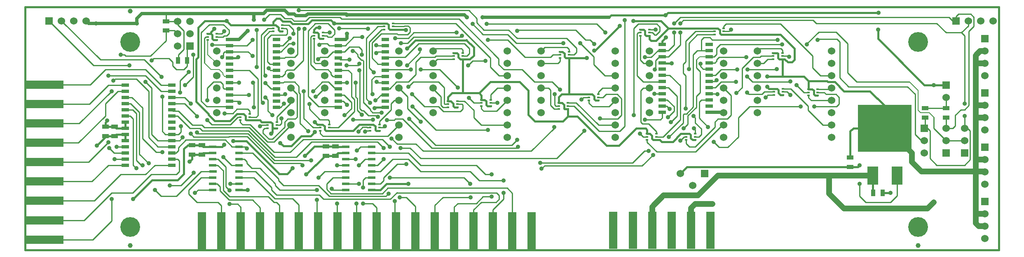
<source format=gbl>
G04 (created by PCBNEW-RS274X (2012-01-19 BZR 3256)-stable) date 11/28/2012 10:05:24 AM*
G01*
G70*
G90*
%MOIN*%
G04 Gerber Fmt 3.4, Leading zero omitted, Abs format*
%FSLAX34Y34*%
G04 APERTURE LIST*
%ADD10C,0.006000*%
%ADD11C,0.015000*%
%ADD12R,0.019700X0.015700*%
%ADD13R,0.060000X0.060000*%
%ADD14C,0.060000*%
%ADD15R,0.059100X0.021700*%
%ADD16C,0.039400*%
%ADD17R,0.055000X0.035000*%
%ADD18R,0.035000X0.055000*%
%ADD19R,0.091300X0.150000*%
%ADD20R,0.433100X0.379500*%
%ADD21C,0.160000*%
%ADD22R,0.063000X0.027600*%
%ADD23R,0.300000X0.070000*%
%ADD24R,0.070000X0.300000*%
%ADD25C,0.035000*%
%ADD26C,0.025000*%
%ADD27C,0.045000*%
%ADD28C,0.010000*%
%ADD29C,0.008000*%
%ADD30C,0.050000*%
G04 APERTURE END LIST*
G54D10*
G54D11*
X14029Y-39370D02*
X92769Y-39370D01*
X14030Y-19685D02*
X14030Y-39370D01*
X92770Y-19685D02*
X14030Y-19685D01*
X92770Y-39370D02*
X92770Y-19685D01*
G54D12*
X29524Y-21844D03*
X29524Y-22100D03*
X29524Y-22356D03*
X28776Y-22356D03*
X28776Y-22100D03*
X28776Y-21844D03*
G54D13*
X91650Y-26650D03*
G54D14*
X91650Y-27650D03*
X91650Y-28650D03*
X91650Y-29650D03*
G54D13*
X91650Y-35450D03*
G54D14*
X91650Y-36450D03*
X91650Y-37450D03*
X91650Y-38450D03*
G54D13*
X91650Y-31050D03*
G54D14*
X91650Y-32050D03*
X91650Y-33050D03*
X91650Y-34050D03*
G54D13*
X91650Y-22250D03*
G54D14*
X91650Y-23250D03*
X91650Y-24250D03*
X91650Y-25250D03*
G54D13*
X89300Y-20800D03*
G54D14*
X90300Y-20800D03*
X91300Y-20800D03*
X92300Y-20800D03*
G54D13*
X15950Y-20800D03*
G54D14*
X16950Y-20800D03*
X17950Y-20800D03*
X18950Y-20800D03*
G54D13*
X27350Y-22850D03*
G54D14*
X26350Y-22850D03*
X27350Y-21850D03*
X26350Y-21850D03*
X27350Y-20850D03*
X26350Y-20850D03*
G54D15*
X42063Y-31000D03*
X42063Y-31500D03*
X42063Y-32000D03*
X42063Y-32500D03*
X42063Y-33000D03*
X42063Y-33500D03*
X42063Y-34000D03*
X42063Y-34500D03*
X39937Y-34500D03*
X39937Y-34000D03*
X39937Y-33500D03*
X39950Y-33000D03*
X39937Y-32500D03*
X39937Y-32000D03*
X39937Y-31500D03*
X39937Y-31000D03*
X31313Y-31000D03*
X31313Y-31500D03*
X31313Y-32000D03*
X31313Y-32500D03*
X31313Y-33000D03*
X31313Y-33500D03*
X31313Y-34000D03*
X31313Y-34500D03*
X29187Y-34500D03*
X29187Y-34000D03*
X29187Y-33500D03*
X29200Y-33000D03*
X29187Y-32500D03*
X29187Y-32000D03*
X29187Y-31500D03*
X29187Y-31000D03*
G54D16*
X22500Y-39000D03*
X86250Y-39000D03*
X22500Y-20000D03*
G54D17*
X86800Y-27875D03*
X86800Y-28625D03*
X88500Y-27875D03*
X88500Y-28625D03*
X80750Y-31875D03*
X80750Y-32625D03*
G54D18*
X82625Y-34750D03*
X83375Y-34750D03*
G54D17*
X21250Y-30125D03*
X21250Y-29375D03*
X25400Y-21575D03*
X25400Y-20825D03*
G54D18*
X27125Y-24000D03*
X26375Y-24000D03*
G54D17*
X20500Y-30125D03*
X20500Y-29375D03*
X28300Y-30875D03*
X28300Y-31625D03*
X27500Y-30875D03*
X27500Y-31625D03*
X39100Y-30975D03*
X39100Y-31725D03*
X38350Y-30975D03*
X38350Y-31725D03*
G54D12*
X65074Y-29944D03*
X65074Y-30200D03*
X65074Y-30456D03*
X64326Y-30456D03*
X64326Y-30200D03*
X64326Y-29944D03*
X70524Y-21394D03*
X70524Y-21650D03*
X70524Y-21906D03*
X69776Y-21906D03*
X69776Y-21650D03*
X69776Y-21394D03*
X77376Y-26856D03*
X77376Y-26600D03*
X77376Y-26344D03*
X78124Y-26344D03*
X78124Y-26600D03*
X78124Y-26856D03*
X75274Y-23394D03*
X75274Y-23650D03*
X75274Y-23906D03*
X74526Y-23906D03*
X74526Y-23650D03*
X74526Y-23394D03*
X74576Y-26806D03*
X74576Y-26550D03*
X74576Y-26294D03*
X75324Y-26294D03*
X75324Y-26550D03*
X75324Y-26806D03*
X34374Y-28994D03*
X34374Y-29250D03*
X34374Y-29506D03*
X33626Y-29506D03*
X33626Y-29250D03*
X33626Y-28994D03*
X32174Y-28344D03*
X32174Y-28600D03*
X32174Y-28856D03*
X31426Y-28856D03*
X31426Y-28600D03*
X31426Y-28344D03*
X34824Y-21144D03*
X34824Y-21400D03*
X34824Y-21656D03*
X34076Y-21656D03*
X34076Y-21400D03*
X34076Y-21144D03*
X59626Y-27256D03*
X59626Y-27000D03*
X59626Y-26744D03*
X60374Y-26744D03*
X60374Y-27000D03*
X60374Y-27256D03*
X58024Y-23294D03*
X58024Y-23550D03*
X58024Y-23806D03*
X57276Y-23806D03*
X57276Y-23550D03*
X57276Y-23294D03*
X57176Y-27956D03*
X57176Y-27700D03*
X57176Y-27444D03*
X57924Y-27444D03*
X57924Y-27700D03*
X57924Y-27956D03*
X68224Y-29944D03*
X68224Y-30200D03*
X68224Y-30456D03*
X67476Y-30456D03*
X67476Y-30200D03*
X67476Y-29944D03*
X64524Y-21494D03*
X64524Y-21750D03*
X64524Y-22006D03*
X63776Y-22006D03*
X63776Y-21750D03*
X63776Y-21494D03*
X38624Y-29194D03*
X38624Y-29450D03*
X38624Y-29706D03*
X37876Y-29706D03*
X37876Y-29450D03*
X37876Y-29194D03*
X38124Y-21744D03*
X38124Y-22000D03*
X38124Y-22256D03*
X37376Y-22256D03*
X37376Y-22000D03*
X37376Y-21744D03*
X42674Y-29194D03*
X42674Y-29450D03*
X42674Y-29706D03*
X41926Y-29706D03*
X41926Y-29450D03*
X41926Y-29194D03*
X48226Y-27806D03*
X48226Y-27550D03*
X48226Y-27294D03*
X48974Y-27294D03*
X48974Y-27550D03*
X48974Y-27806D03*
X50926Y-27706D03*
X50926Y-27450D03*
X50926Y-27194D03*
X51674Y-27194D03*
X51674Y-27450D03*
X51674Y-27706D03*
X49424Y-23394D03*
X49424Y-23650D03*
X49424Y-23906D03*
X48676Y-23906D03*
X48676Y-23650D03*
X48676Y-23394D03*
X43794Y-20994D03*
X43794Y-21250D03*
X43794Y-21506D03*
X43046Y-21506D03*
X43046Y-21250D03*
X43046Y-20994D03*
G54D13*
X68984Y-33159D03*
G54D14*
X67016Y-33159D03*
X68000Y-34144D03*
G54D13*
X90000Y-31500D03*
G54D14*
X90000Y-30500D03*
X90000Y-29500D03*
G54D13*
X88500Y-31500D03*
G54D14*
X88500Y-30500D03*
X88500Y-29500D03*
G54D13*
X86750Y-29500D03*
G54D14*
X86750Y-30500D03*
X86750Y-31500D03*
G54D19*
X84534Y-33348D03*
G54D20*
X83550Y-29498D03*
G54D19*
X82566Y-33348D03*
G54D21*
X86250Y-37500D03*
X22500Y-37500D03*
X86250Y-22500D03*
X22500Y-22500D03*
G54D22*
X43140Y-22300D03*
X43140Y-22800D03*
X43140Y-23300D03*
X43140Y-23800D03*
X43140Y-24300D03*
X43140Y-24800D03*
X43140Y-25300D03*
X43140Y-25800D03*
X43140Y-26300D03*
X43140Y-26800D03*
X43140Y-27300D03*
X43140Y-27800D03*
X39360Y-27800D03*
X39360Y-27300D03*
X39360Y-26800D03*
X39360Y-26300D03*
X39360Y-25800D03*
X39360Y-25300D03*
X39360Y-24800D03*
X39360Y-24300D03*
X39360Y-23800D03*
X39360Y-23300D03*
X39360Y-22800D03*
X39360Y-22300D03*
X34340Y-22300D03*
X34340Y-22800D03*
X34340Y-23300D03*
X34340Y-23800D03*
X34340Y-24300D03*
X34340Y-24800D03*
X34340Y-25300D03*
X34340Y-25800D03*
X34340Y-26300D03*
X34340Y-26800D03*
X34340Y-27300D03*
X34340Y-27800D03*
X30560Y-27800D03*
X30560Y-27300D03*
X30560Y-26800D03*
X30560Y-26300D03*
X30560Y-25800D03*
X30560Y-25300D03*
X30560Y-24800D03*
X30560Y-24300D03*
X30560Y-23800D03*
X30560Y-23300D03*
X30560Y-22800D03*
X30560Y-22300D03*
X69340Y-22700D03*
X69340Y-23200D03*
X69340Y-23700D03*
X69340Y-24200D03*
X69340Y-24700D03*
X69340Y-25200D03*
X69340Y-25700D03*
X69340Y-26200D03*
X69340Y-26700D03*
X69340Y-27200D03*
X69340Y-27700D03*
X69340Y-28200D03*
X65560Y-28200D03*
X65560Y-27700D03*
X65560Y-27200D03*
X65560Y-26700D03*
X65560Y-26200D03*
X65560Y-25700D03*
X65560Y-25200D03*
X65560Y-24700D03*
X65560Y-24200D03*
X65560Y-23700D03*
X65560Y-23200D03*
X65560Y-22700D03*
X22110Y-32500D03*
X22110Y-32000D03*
X22110Y-31500D03*
X22110Y-31000D03*
X22110Y-30500D03*
X22110Y-30000D03*
X22110Y-29500D03*
X22110Y-29000D03*
X22110Y-28500D03*
X22110Y-28000D03*
X22110Y-27500D03*
X22110Y-27000D03*
X22110Y-26500D03*
X22110Y-26000D03*
X25890Y-26000D03*
X25890Y-26500D03*
X25890Y-27000D03*
X25890Y-27500D03*
X25890Y-28000D03*
X25890Y-28500D03*
X25890Y-29000D03*
X25890Y-29500D03*
X25890Y-30000D03*
X25890Y-30500D03*
X25890Y-31000D03*
X25890Y-31500D03*
X25890Y-32000D03*
X25890Y-32500D03*
G54D13*
X88500Y-26000D03*
G54D14*
X88500Y-27000D03*
X47000Y-23250D03*
X47000Y-24250D03*
X47000Y-25250D03*
X47000Y-26250D03*
X47000Y-27250D03*
X47000Y-28250D03*
X53000Y-30250D03*
X53000Y-29250D03*
X53000Y-28250D03*
X53000Y-27250D03*
X53000Y-26250D03*
X53000Y-25250D03*
X53000Y-24250D03*
X53000Y-23250D03*
X55750Y-23250D03*
X55750Y-24250D03*
X55750Y-25250D03*
X55750Y-26250D03*
X55750Y-27250D03*
X55750Y-28250D03*
X61750Y-30250D03*
X61750Y-29250D03*
X61750Y-28250D03*
X61750Y-27250D03*
X61750Y-26250D03*
X61750Y-25250D03*
X61750Y-24250D03*
X61750Y-23250D03*
X38250Y-23250D03*
X38250Y-24250D03*
X38250Y-25250D03*
X38250Y-26250D03*
X38250Y-27250D03*
X38250Y-28250D03*
X44250Y-30250D03*
X44250Y-29250D03*
X44250Y-28250D03*
X44250Y-27250D03*
X44250Y-26250D03*
X44250Y-25250D03*
X44250Y-24250D03*
X44250Y-23250D03*
X64500Y-23250D03*
X64500Y-24250D03*
X64500Y-25250D03*
X64500Y-26250D03*
X64500Y-27250D03*
X64500Y-28250D03*
X70500Y-30250D03*
X70500Y-29250D03*
X70500Y-28250D03*
X70500Y-27250D03*
X70500Y-26250D03*
X70500Y-25250D03*
X70500Y-24250D03*
X70500Y-23250D03*
X73250Y-23250D03*
X73250Y-24250D03*
X73250Y-25250D03*
X73250Y-26250D03*
X73250Y-27250D03*
X73250Y-28250D03*
X79250Y-30250D03*
X79250Y-29250D03*
X79250Y-28250D03*
X79250Y-27250D03*
X79250Y-26250D03*
X79250Y-25250D03*
X79250Y-24250D03*
X79250Y-23250D03*
X29500Y-23250D03*
X29500Y-24250D03*
X29500Y-25250D03*
X29500Y-26250D03*
X29500Y-27250D03*
X29500Y-28250D03*
X35500Y-30250D03*
X35500Y-29250D03*
X35500Y-28250D03*
X35500Y-27250D03*
X35500Y-26250D03*
X35500Y-25250D03*
X35500Y-24250D03*
X35500Y-23250D03*
G54D23*
X15600Y-27540D03*
X15600Y-29110D03*
X15600Y-30680D03*
X15600Y-32250D03*
X15600Y-33820D03*
X15600Y-35390D03*
X15600Y-36960D03*
X15600Y-38530D03*
X15600Y-25970D03*
G54D24*
X29875Y-37800D03*
X31445Y-37800D03*
X33015Y-37800D03*
X34585Y-37800D03*
X36155Y-37800D03*
X37725Y-37800D03*
X39295Y-37800D03*
X40865Y-37800D03*
X42435Y-37800D03*
X44005Y-37800D03*
X45575Y-37800D03*
X47145Y-37800D03*
X48715Y-37800D03*
X50285Y-37800D03*
X51855Y-37800D03*
X53425Y-37800D03*
X54995Y-37800D03*
X28305Y-37800D03*
X61595Y-37790D03*
X63165Y-37790D03*
X64735Y-37790D03*
X66305Y-37790D03*
X67875Y-37790D03*
X69445Y-37790D03*
G54D25*
X88500Y-31500D03*
X65850Y-22150D03*
X32500Y-20700D03*
X65800Y-20350D03*
X23050Y-21000D03*
X51000Y-20500D03*
X83050Y-20150D03*
X87500Y-35500D03*
X19800Y-30900D03*
X40040Y-20300D03*
X87500Y-26000D03*
X66300Y-24250D03*
X83000Y-21500D03*
X22750Y-35250D03*
X35650Y-32750D03*
X79050Y-33350D03*
X36650Y-31750D03*
X32000Y-21600D03*
X40040Y-21850D03*
X49750Y-20500D03*
X30100Y-30850D03*
X19750Y-21000D03*
X30850Y-30550D03*
X66090Y-30220D03*
X40500Y-23230D03*
X78100Y-22350D03*
X42840Y-28240D03*
X53820Y-30430D03*
X42430Y-22760D03*
X45090Y-28750D03*
X55690Y-32300D03*
X64440Y-31350D03*
X74865Y-22330D03*
X55795Y-32780D03*
X67275Y-29520D03*
X53875Y-31010D03*
X43280Y-28825D03*
X64800Y-31665D03*
X41050Y-24800D03*
X42550Y-28590D03*
X75250Y-22700D03*
X42400Y-23400D03*
X77250Y-22700D03*
X35700Y-22650D03*
X40250Y-23950D03*
X31250Y-23750D03*
X34960Y-27520D03*
X42280Y-27880D03*
X36750Y-33250D03*
X45000Y-34000D03*
X27310Y-32200D03*
X69600Y-35650D03*
X68950Y-35650D03*
X20660Y-28880D03*
X84000Y-34750D03*
X32000Y-34500D03*
X25700Y-34150D03*
X30600Y-34000D03*
X24000Y-32350D03*
X27650Y-33100D03*
X24500Y-34500D03*
X23000Y-32750D03*
X40850Y-31300D03*
X31950Y-31150D03*
X43000Y-32000D03*
X43000Y-31100D03*
X37150Y-32100D03*
X27900Y-28550D03*
X27900Y-29850D03*
X38800Y-34400D03*
X41000Y-32500D03*
X43900Y-35410D03*
X21750Y-23550D03*
X20800Y-31100D03*
X21400Y-31000D03*
X24250Y-24000D03*
X39250Y-35600D03*
X39250Y-32500D03*
X81500Y-34000D03*
X81500Y-32500D03*
X41350Y-34300D03*
X41350Y-35600D03*
X40800Y-35600D03*
X41000Y-34000D03*
X30550Y-35650D03*
X30550Y-34550D03*
X44300Y-35100D03*
X43400Y-34800D03*
X37600Y-35300D03*
X37610Y-34500D03*
X50000Y-34000D03*
X43500Y-33500D03*
X50050Y-35100D03*
X40750Y-32000D03*
X52700Y-33750D03*
X52700Y-34750D03*
X51750Y-33250D03*
X51750Y-35050D03*
X37750Y-33500D03*
X27400Y-29950D03*
X36450Y-32500D03*
X27400Y-27500D03*
X43500Y-31000D03*
X44850Y-32400D03*
X27750Y-34750D03*
X23500Y-32500D03*
X25100Y-31450D03*
X30050Y-31850D03*
X21250Y-32000D03*
X21000Y-35250D03*
X21000Y-26500D03*
X21150Y-25650D03*
X20750Y-25250D03*
X20750Y-30650D03*
X40050Y-27600D03*
X41920Y-27440D03*
X37300Y-26500D03*
X36550Y-26500D03*
X49000Y-26200D03*
X49900Y-27050D03*
X45200Y-24750D03*
X46000Y-24750D03*
X45000Y-26150D03*
X42450Y-25750D03*
X45350Y-27750D03*
X51450Y-29650D03*
X42350Y-27250D03*
X52200Y-27450D03*
X41250Y-28400D03*
X40980Y-29770D03*
X40760Y-25800D03*
X40050Y-25800D03*
X39850Y-28450D03*
X43100Y-29350D03*
X40550Y-28800D03*
X42150Y-28800D03*
X42100Y-26750D03*
X45300Y-26750D03*
X38650Y-21750D03*
X42200Y-24970D03*
X37000Y-27550D03*
X37500Y-26950D03*
X41500Y-29760D03*
X46020Y-28990D03*
X72450Y-24750D03*
X74800Y-24700D03*
X71600Y-24750D03*
X76400Y-26000D03*
X71500Y-25750D03*
X72400Y-26600D03*
X75900Y-26800D03*
X69950Y-25600D03*
X72400Y-25300D03*
X75900Y-25700D03*
X71550Y-26650D03*
X70000Y-26750D03*
X64150Y-28800D03*
X63250Y-28450D03*
X66000Y-28600D03*
X68070Y-28515D03*
X65000Y-21500D03*
X68100Y-29500D03*
X71100Y-21500D03*
X68660Y-24290D03*
X67000Y-30500D03*
X66250Y-29000D03*
X75800Y-23700D03*
X72350Y-23750D03*
X73900Y-27000D03*
X67700Y-24700D03*
X67450Y-27900D03*
X66150Y-27950D03*
X69250Y-29400D03*
X76750Y-27750D03*
X69700Y-30600D03*
X77850Y-27750D03*
X64900Y-26700D03*
X63750Y-29950D03*
X33450Y-25250D03*
X35700Y-21850D03*
X58900Y-22600D03*
X39400Y-21400D03*
X43950Y-22200D03*
X57550Y-22600D03*
X41750Y-21450D03*
X48900Y-21750D03*
X50200Y-21050D03*
X36600Y-21450D03*
X62500Y-20750D03*
X30100Y-21650D03*
X30150Y-28300D03*
X28750Y-27250D03*
X28750Y-28850D03*
X33250Y-27450D03*
X31350Y-27450D03*
X44395Y-31100D03*
X60500Y-28700D03*
X35050Y-26750D03*
X59250Y-29700D03*
X36900Y-29750D03*
X43655Y-30325D03*
X56850Y-26750D03*
X56800Y-29400D03*
X32750Y-24550D03*
X33700Y-24650D03*
X59000Y-27170D03*
X57290Y-26370D03*
X33350Y-20700D03*
X32750Y-21550D03*
X36150Y-19950D03*
X36150Y-21450D03*
X44900Y-24400D03*
X45950Y-23100D03*
X33450Y-25850D03*
X51450Y-22350D03*
X41050Y-24290D03*
X40000Y-24400D03*
X32100Y-26800D03*
X34750Y-28700D03*
X33450Y-27000D03*
X34000Y-28450D03*
X31300Y-25800D03*
X32450Y-25800D03*
X33000Y-29350D03*
X32500Y-27800D03*
X37720Y-23900D03*
X29950Y-23750D03*
X90000Y-27500D03*
X90000Y-28500D03*
X49850Y-24400D03*
X67000Y-21000D03*
X67000Y-21750D03*
X60040Y-22665D03*
X32400Y-23650D03*
X25100Y-26950D03*
X25050Y-25350D03*
X41250Y-23550D03*
X51250Y-24050D03*
X64950Y-24750D03*
X53800Y-21600D03*
X26600Y-29350D03*
X26550Y-26600D03*
X27250Y-24950D03*
X66500Y-21000D03*
X35400Y-22200D03*
X51350Y-21050D03*
X22450Y-24400D03*
X66500Y-21750D03*
X29150Y-22750D03*
X26950Y-26000D03*
X26750Y-30250D03*
X60950Y-21750D03*
X37800Y-22750D03*
X23750Y-25750D03*
X32400Y-22350D03*
X44400Y-22600D03*
X27600Y-23550D03*
X49350Y-22000D03*
X41270Y-22110D03*
X64150Y-23750D03*
X74050Y-25300D03*
X37450Y-29800D03*
X60050Y-23200D03*
X39000Y-21000D03*
X34650Y-30700D03*
X37800Y-21350D03*
X30300Y-20800D03*
X44800Y-21550D03*
X44900Y-23050D03*
X29300Y-21450D03*
X33900Y-29950D03*
X62100Y-21200D03*
X59450Y-23800D03*
X37450Y-29000D03*
X63200Y-20800D03*
X74050Y-26150D03*
G54D11*
X20500Y-30125D02*
X20500Y-30200D01*
X83000Y-21500D02*
X83000Y-22250D01*
X86750Y-26000D02*
X87500Y-26000D01*
X83000Y-22250D02*
X86750Y-26000D01*
X88500Y-26000D02*
X87500Y-26000D01*
X65800Y-20350D02*
X66000Y-20150D01*
G54D26*
X35780Y-20250D02*
X35910Y-20380D01*
G54D27*
X87000Y-36000D02*
X80250Y-36000D01*
G54D11*
X30850Y-30550D02*
X31900Y-30550D01*
G54D26*
X36730Y-20380D02*
X36883Y-20227D01*
X31300Y-22300D02*
X30560Y-22300D01*
G54D27*
X79050Y-33350D02*
X79050Y-34800D01*
G54D26*
X51000Y-20500D02*
X61250Y-20500D01*
G54D28*
X25400Y-20825D02*
X25400Y-20200D01*
G54D26*
X32500Y-20200D02*
X32650Y-20200D01*
G54D11*
X66300Y-24250D02*
X65610Y-24250D01*
X34550Y-33200D02*
X35200Y-33200D01*
G54D26*
X19750Y-21000D02*
X19150Y-21000D01*
G54D11*
X65610Y-24250D02*
X65560Y-24200D01*
X39100Y-30975D02*
X38350Y-30975D01*
G54D26*
X19150Y-21000D02*
X18950Y-20800D01*
G54D11*
X20500Y-30200D02*
X19800Y-30900D01*
G54D26*
X33550Y-19950D02*
X35027Y-19950D01*
G54D27*
X87500Y-35500D02*
X87000Y-36000D01*
G54D26*
X35910Y-20380D02*
X36730Y-20380D01*
X36883Y-20227D02*
X39967Y-20227D01*
G54D11*
X65560Y-22440D02*
X65560Y-22700D01*
X37425Y-30975D02*
X36650Y-31750D01*
G54D26*
X32500Y-20200D02*
X32500Y-20700D01*
G54D11*
X27165Y-30875D02*
X26860Y-31180D01*
X61250Y-20500D02*
X61400Y-20350D01*
X31900Y-30550D02*
X34500Y-33150D01*
X34500Y-33150D02*
X34550Y-33200D01*
X66000Y-20150D02*
X83050Y-20150D01*
X24280Y-33720D02*
X22750Y-35250D01*
G54D26*
X32650Y-20200D02*
X33300Y-20200D01*
G54D11*
X38350Y-30975D02*
X37425Y-30975D01*
X26360Y-33720D02*
X24280Y-33720D01*
G54D26*
X23050Y-21000D02*
X23050Y-20600D01*
G54D11*
X22110Y-30000D02*
X21375Y-30000D01*
G54D26*
X79050Y-33350D02*
X79050Y-33348D01*
X23450Y-20200D02*
X25400Y-20200D01*
X35327Y-20250D02*
X35780Y-20250D01*
G54D28*
X26400Y-23550D02*
X26400Y-23975D01*
G54D11*
X39937Y-31000D02*
X39125Y-31000D01*
G54D26*
X40040Y-20300D02*
X49550Y-20300D01*
G54D11*
X82566Y-33348D02*
X82566Y-34691D01*
G54D28*
X26350Y-20850D02*
X26350Y-21100D01*
G54D26*
X35027Y-19950D02*
X35327Y-20250D01*
G54D11*
X21375Y-30000D02*
X21250Y-30125D01*
X65850Y-22150D02*
X65560Y-22440D01*
G54D28*
X26400Y-23975D02*
X26375Y-24000D01*
G54D27*
X79050Y-34800D02*
X80250Y-36000D01*
X64735Y-37790D02*
X64735Y-35865D01*
X70050Y-33350D02*
X68450Y-34950D01*
X70050Y-33350D02*
X79050Y-33350D01*
X68450Y-34950D02*
X65650Y-34950D01*
X65650Y-34950D02*
X64735Y-35865D01*
G54D11*
X39125Y-31000D02*
X39100Y-30975D01*
G54D28*
X26350Y-21100D02*
X26850Y-21600D01*
G54D11*
X28425Y-31000D02*
X28300Y-30875D01*
G54D28*
X26850Y-21600D02*
X26850Y-23100D01*
G54D26*
X39950Y-22300D02*
X39360Y-22300D01*
G54D28*
X26850Y-23100D02*
X26400Y-23550D01*
G54D11*
X29950Y-31000D02*
X30100Y-30850D01*
X26860Y-33220D02*
X26360Y-33720D01*
G54D26*
X23050Y-20600D02*
X23450Y-20200D01*
X25400Y-20200D02*
X32500Y-20200D01*
X23050Y-21000D02*
X19750Y-21000D01*
G54D11*
X26860Y-31180D02*
X26860Y-33220D01*
G54D26*
X49550Y-20300D02*
X49750Y-20500D01*
G54D11*
X21250Y-30125D02*
X20500Y-30125D01*
X35650Y-32750D02*
X35200Y-33200D01*
G54D28*
X26325Y-20825D02*
X26350Y-20850D01*
G54D26*
X40040Y-21850D02*
X40040Y-22210D01*
G54D27*
X79050Y-33348D02*
X82566Y-33348D01*
G54D26*
X39967Y-20227D02*
X40040Y-20300D01*
G54D11*
X28300Y-30875D02*
X27500Y-30875D01*
X61400Y-20350D02*
X65800Y-20350D01*
G54D26*
X32000Y-21600D02*
X31300Y-22300D01*
G54D11*
X29187Y-31000D02*
X29950Y-31000D01*
G54D28*
X25400Y-20825D02*
X26325Y-20825D01*
G54D26*
X33300Y-20200D02*
X33550Y-19950D01*
G54D11*
X27165Y-30875D02*
X27500Y-30875D01*
X22110Y-30000D02*
X22110Y-30500D01*
X82566Y-34691D02*
X82625Y-34750D01*
G54D26*
X40040Y-22210D02*
X39950Y-22300D01*
G54D11*
X29187Y-31000D02*
X28425Y-31000D01*
G54D28*
X41940Y-28050D02*
X42130Y-28240D01*
X68900Y-22150D02*
X69400Y-22150D01*
X64110Y-31350D02*
X64440Y-31350D01*
X67235Y-28596D02*
X67235Y-28400D01*
X53820Y-30430D02*
X53820Y-30455D01*
X42130Y-28240D02*
X42840Y-28240D01*
X40500Y-23230D02*
X40630Y-23230D01*
X79900Y-22520D02*
X79900Y-25400D01*
X45090Y-28750D02*
X47220Y-30880D01*
X69400Y-22150D02*
X69580Y-22330D01*
X53820Y-30455D02*
X53395Y-30880D01*
X69580Y-22330D02*
X70700Y-22330D01*
X41380Y-27420D02*
X41370Y-27430D01*
X41380Y-27420D02*
X41940Y-27980D01*
X67235Y-29075D02*
X67235Y-28596D01*
X40630Y-23230D02*
X40910Y-23510D01*
X68390Y-23200D02*
X68700Y-23200D01*
X47220Y-30880D02*
X53395Y-30880D01*
X86000Y-26750D02*
X86000Y-30000D01*
X80630Y-26130D02*
X85380Y-26130D01*
X68700Y-23200D02*
X69340Y-23200D01*
X79900Y-25400D02*
X80630Y-26130D01*
X66090Y-30220D02*
X67235Y-29075D01*
X79665Y-22285D02*
X79900Y-22520D01*
X85380Y-26130D02*
X86000Y-26750D01*
X78100Y-22350D02*
X78165Y-22285D01*
X41220Y-23990D02*
X41308Y-23990D01*
X78165Y-22285D02*
X79665Y-22285D01*
X53395Y-30880D02*
X53395Y-30875D01*
X40910Y-23510D02*
X40910Y-23680D01*
X68050Y-23540D02*
X68390Y-23200D01*
X55690Y-32300D02*
X63160Y-32300D01*
X86000Y-30000D02*
X86500Y-30500D01*
X68700Y-23200D02*
X68700Y-22350D01*
X67310Y-28325D02*
X67506Y-28325D01*
X63160Y-32300D02*
X64110Y-31350D01*
X43140Y-22800D02*
X42470Y-22800D01*
X42470Y-22800D02*
X42430Y-22760D01*
X41940Y-27980D02*
X41940Y-28050D01*
X68050Y-27781D02*
X68050Y-23540D01*
X70700Y-22330D02*
X74865Y-22330D01*
X69260Y-23280D02*
X69340Y-23200D01*
X67235Y-28400D02*
X67310Y-28325D01*
X86500Y-30500D02*
X86750Y-30500D01*
X67506Y-28325D02*
X68050Y-27781D01*
X68700Y-22350D02*
X68900Y-22150D01*
X41380Y-24062D02*
X41380Y-27420D01*
X41308Y-23990D02*
X41380Y-24062D01*
X40910Y-23680D02*
X41220Y-23990D01*
X41090Y-24900D02*
X41090Y-27900D01*
X67630Y-29165D02*
X67630Y-28490D01*
X55795Y-32780D02*
X56040Y-32535D01*
X56040Y-32535D02*
X63930Y-32535D01*
X41090Y-24840D02*
X41050Y-24800D01*
X42420Y-28460D02*
X42550Y-28590D01*
X46920Y-31110D02*
X53710Y-31110D01*
X68300Y-27820D02*
X68300Y-26900D01*
G54D29*
X86250Y-26450D02*
X86250Y-28050D01*
G54D28*
X41090Y-24900D02*
X41090Y-24840D01*
X63930Y-32535D02*
X64800Y-31665D01*
X67275Y-29520D02*
X67630Y-29165D01*
X68600Y-24900D02*
X68300Y-24600D01*
X41250Y-28060D02*
X41380Y-28060D01*
X68300Y-26900D02*
X68600Y-26600D01*
X68600Y-26600D02*
X68600Y-24900D01*
X43940Y-28750D02*
X44560Y-28750D01*
X41090Y-27900D02*
X41250Y-28060D01*
X44560Y-28750D02*
X46920Y-31110D01*
X53775Y-31110D02*
X53875Y-31010D01*
G54D29*
X68580Y-23700D02*
X69340Y-23700D01*
G54D28*
X53710Y-31110D02*
X53775Y-31110D01*
X68300Y-24600D02*
X68300Y-23980D01*
X41380Y-28060D02*
X41780Y-28460D01*
G54D29*
X68300Y-23980D02*
X68580Y-23700D01*
G54D28*
X67630Y-28490D02*
X68300Y-27820D01*
X41780Y-28460D02*
X42420Y-28460D01*
X87500Y-28600D02*
X87500Y-29500D01*
X70250Y-22700D02*
X75250Y-22700D01*
X77250Y-22700D02*
X77250Y-22650D01*
X87500Y-29500D02*
X88500Y-30500D01*
X69340Y-23700D02*
X69750Y-23700D01*
X81275Y-25725D02*
X81300Y-25750D01*
X80550Y-22650D02*
X80550Y-25000D01*
G54D29*
X86450Y-28250D02*
X87150Y-28250D01*
G54D28*
X69950Y-23500D02*
X69950Y-23000D01*
X43865Y-28825D02*
X43940Y-28750D01*
X69950Y-23000D02*
X70250Y-22700D01*
X80550Y-25000D02*
X81275Y-25725D01*
X69750Y-23700D02*
X69950Y-23500D01*
G54D29*
X85550Y-25750D02*
X86250Y-26450D01*
G54D28*
X43280Y-28825D02*
X43865Y-28825D01*
X79600Y-21700D02*
X80550Y-22650D01*
G54D29*
X86250Y-28050D02*
X86450Y-28250D01*
X87150Y-28250D02*
X87500Y-28600D01*
G54D28*
X78200Y-21700D02*
X79600Y-21700D01*
X88500Y-30500D02*
X90000Y-30500D01*
X42400Y-23400D02*
X42500Y-23300D01*
X42500Y-23300D02*
X43140Y-23300D01*
X34710Y-23300D02*
X35360Y-22650D01*
X77250Y-22650D02*
X78200Y-21700D01*
X34340Y-23300D02*
X34710Y-23300D01*
X89500Y-30500D02*
X88500Y-30500D01*
X81300Y-25750D02*
X85550Y-25750D01*
X35360Y-22650D02*
X35700Y-22650D01*
G54D11*
X42750Y-34500D02*
X43250Y-34000D01*
G54D27*
X68200Y-35650D02*
X67880Y-35970D01*
G54D11*
X42360Y-27800D02*
X42280Y-27880D01*
X83375Y-34750D02*
X84000Y-34750D01*
X43250Y-34000D02*
X45000Y-34000D01*
G54D26*
X70500Y-28250D02*
X70450Y-28200D01*
G54D11*
X38350Y-31725D02*
X38275Y-31725D01*
X39937Y-31500D02*
X39325Y-31500D01*
X38275Y-31725D02*
X36750Y-33250D01*
X30560Y-23800D02*
X31200Y-23800D01*
G54D28*
X34340Y-27800D02*
X34680Y-27800D01*
G54D11*
X42063Y-34500D02*
X42750Y-34500D01*
G54D28*
X34680Y-27800D02*
X34960Y-27520D01*
G54D11*
X31200Y-23800D02*
X31250Y-23750D01*
X28425Y-31500D02*
X28300Y-31625D01*
X39325Y-31500D02*
X39100Y-31725D01*
X21250Y-29375D02*
X20500Y-29375D01*
X39100Y-31725D02*
X38350Y-31725D01*
G54D27*
X69600Y-35650D02*
X68950Y-35650D01*
X68200Y-35650D02*
X68950Y-35650D01*
X67880Y-37785D02*
X67875Y-37790D01*
X67880Y-35970D02*
X67880Y-37785D01*
G54D11*
X29187Y-31500D02*
X28425Y-31500D01*
X28300Y-31625D02*
X27500Y-31625D01*
X22110Y-29000D02*
X22110Y-29500D01*
G54D28*
X39360Y-23800D02*
X39510Y-23950D01*
G54D11*
X22110Y-29500D02*
X21375Y-29500D01*
X27500Y-32010D02*
X27310Y-32200D01*
G54D28*
X39510Y-23950D02*
X40250Y-23950D01*
G54D11*
X27500Y-31625D02*
X27500Y-32010D01*
X42360Y-27800D02*
X43140Y-27800D01*
X20500Y-29040D02*
X20660Y-28880D01*
X21375Y-29500D02*
X21250Y-29375D01*
X31313Y-34500D02*
X32000Y-34500D01*
G54D26*
X70450Y-28200D02*
X69340Y-28200D01*
G54D11*
X20500Y-29375D02*
X20500Y-29040D01*
G54D28*
X24000Y-32350D02*
X23250Y-31600D01*
X22550Y-27500D02*
X22110Y-27500D01*
X23250Y-31600D02*
X23250Y-28200D01*
X26600Y-34150D02*
X25700Y-34150D01*
X23250Y-28200D02*
X22550Y-27500D01*
X31313Y-34000D02*
X30600Y-34000D01*
X27650Y-33100D02*
X26600Y-34150D01*
X28250Y-33000D02*
X26250Y-35000D01*
X22750Y-32500D02*
X22750Y-28750D01*
X25000Y-35000D02*
X24500Y-34500D01*
X23000Y-32750D02*
X22750Y-32500D01*
X29200Y-33000D02*
X28250Y-33000D01*
X22750Y-28750D02*
X22500Y-28500D01*
X26250Y-35000D02*
X25000Y-35000D01*
X22500Y-28500D02*
X22110Y-28500D01*
X31800Y-31000D02*
X31950Y-31150D01*
X27030Y-30450D02*
X26400Y-31080D01*
X26100Y-31500D02*
X25890Y-31500D01*
X26400Y-31300D02*
X26200Y-31500D01*
X26200Y-31500D02*
X25890Y-31500D01*
X30200Y-30450D02*
X27150Y-30450D01*
X42063Y-31000D02*
X41150Y-31000D01*
X30750Y-31000D02*
X30200Y-30450D01*
X27150Y-30450D02*
X27030Y-30450D01*
X26400Y-31080D02*
X26400Y-31300D01*
X41150Y-31000D02*
X40850Y-31300D01*
X31313Y-31000D02*
X31800Y-31000D01*
X31313Y-31000D02*
X30750Y-31000D01*
X28150Y-29500D02*
X28350Y-29700D01*
X37198Y-30602D02*
X35950Y-31850D01*
X42502Y-30602D02*
X37198Y-30602D01*
X42500Y-32500D02*
X43000Y-32000D01*
X27350Y-29500D02*
X26350Y-28500D01*
X43000Y-31100D02*
X42502Y-30602D01*
X35950Y-31850D02*
X34230Y-31850D01*
X27350Y-29500D02*
X28150Y-29500D01*
X25890Y-28500D02*
X26350Y-28500D01*
X28350Y-29700D02*
X32080Y-29700D01*
X32080Y-29700D02*
X34230Y-31850D01*
X42063Y-32500D02*
X42500Y-32500D01*
X32040Y-29950D02*
X28000Y-29950D01*
X39937Y-34500D02*
X38900Y-34500D01*
X34190Y-32100D02*
X32040Y-29950D01*
X37150Y-32100D02*
X34190Y-32100D01*
X27900Y-28500D02*
X27900Y-28550D01*
X26900Y-27500D02*
X27900Y-28500D01*
X38900Y-34500D02*
X38800Y-34400D01*
X26900Y-27500D02*
X25890Y-27500D01*
X28000Y-29950D02*
X27900Y-29850D01*
X43900Y-35410D02*
X43900Y-37695D01*
X42063Y-32000D02*
X41500Y-32000D01*
X41500Y-32000D02*
X41000Y-32500D01*
X43900Y-37695D02*
X44005Y-37800D01*
X25400Y-21575D02*
X26075Y-21575D01*
X21200Y-31500D02*
X20800Y-31100D01*
X22110Y-31500D02*
X21200Y-31500D01*
X22050Y-23550D02*
X22150Y-23650D01*
X22150Y-23650D02*
X24150Y-23650D01*
X26075Y-21575D02*
X26350Y-21850D01*
X24150Y-23650D02*
X25400Y-22400D01*
X21750Y-23550D02*
X22050Y-23550D01*
X25400Y-22400D02*
X25400Y-21575D01*
X25950Y-24450D02*
X26250Y-24750D01*
X24250Y-24000D02*
X24400Y-23850D01*
X27125Y-23075D02*
X27350Y-22850D01*
X26850Y-24750D02*
X27125Y-24475D01*
X25650Y-23850D02*
X25950Y-24150D01*
X27125Y-24000D02*
X27125Y-23075D01*
X25950Y-24150D02*
X25950Y-24450D01*
X22110Y-31000D02*
X21400Y-31000D01*
X24400Y-23850D02*
X25650Y-23850D01*
X27125Y-24475D02*
X27125Y-24000D01*
X26250Y-24750D02*
X26850Y-24750D01*
X39250Y-37755D02*
X39295Y-37800D01*
X39250Y-35600D02*
X39250Y-37755D01*
X39937Y-32500D02*
X39250Y-32500D01*
X34200Y-35200D02*
X35650Y-35200D01*
X32500Y-33500D02*
X34200Y-35200D01*
X36155Y-35705D02*
X36155Y-37800D01*
X32500Y-33500D02*
X32550Y-33500D01*
X31313Y-33500D02*
X32500Y-33500D01*
X35650Y-35200D02*
X36155Y-35705D01*
G54D11*
X80750Y-32625D02*
X67550Y-32625D01*
X67550Y-32625D02*
X67016Y-33159D01*
G54D28*
X81500Y-34000D02*
X81500Y-35000D01*
G54D11*
X81500Y-32500D02*
X81375Y-32625D01*
G54D28*
X81500Y-35000D02*
X82000Y-35500D01*
X82000Y-35500D02*
X84000Y-35500D01*
X84534Y-34966D02*
X84534Y-33348D01*
X84000Y-35500D02*
X84534Y-34966D01*
G54D11*
X81375Y-32625D02*
X80750Y-32625D01*
G54D28*
X42100Y-35600D02*
X42435Y-35935D01*
X42435Y-35935D02*
X42435Y-37800D01*
X41350Y-33700D02*
X41350Y-34300D01*
X41550Y-33500D02*
X41350Y-33700D01*
X42063Y-33500D02*
X41550Y-33500D01*
X41350Y-35600D02*
X42100Y-35600D01*
X39937Y-34000D02*
X41000Y-34000D01*
X40800Y-35600D02*
X40800Y-37735D01*
X40800Y-37735D02*
X40865Y-37800D01*
X44075Y-34725D02*
X52150Y-34725D01*
X52350Y-35250D02*
X52100Y-35500D01*
X44075Y-34725D02*
X44100Y-34700D01*
X37800Y-34900D02*
X38150Y-35250D01*
X52100Y-35500D02*
X50900Y-35500D01*
X52350Y-34925D02*
X52350Y-35250D01*
X50285Y-36115D02*
X50285Y-37800D01*
X52150Y-34725D02*
X52350Y-34925D01*
X34350Y-34900D02*
X37800Y-34900D01*
X33950Y-34300D02*
X32650Y-33000D01*
X31313Y-33000D02*
X32650Y-33000D01*
X43550Y-35250D02*
X44075Y-34725D01*
X33950Y-34500D02*
X34350Y-34900D01*
X38150Y-35250D02*
X43550Y-35250D01*
X33950Y-34500D02*
X33950Y-34300D01*
X50900Y-35500D02*
X50285Y-36115D01*
X30250Y-34250D02*
X30550Y-34550D01*
X31445Y-35895D02*
X31445Y-37800D01*
X31200Y-35650D02*
X31445Y-35895D01*
X29187Y-32000D02*
X29600Y-32000D01*
X29600Y-32000D02*
X30250Y-32650D01*
X30250Y-32650D02*
X30250Y-34250D01*
X30550Y-35650D02*
X31200Y-35650D01*
X30044Y-34544D02*
X30540Y-35040D01*
X34585Y-35745D02*
X34585Y-37800D01*
X33690Y-35040D02*
X34160Y-35510D01*
X34160Y-35510D02*
X34350Y-35510D01*
X34350Y-35510D02*
X34585Y-35745D01*
X30044Y-32954D02*
X30044Y-34544D01*
X29187Y-32500D02*
X29590Y-32500D01*
X30540Y-35040D02*
X33690Y-35040D01*
X29590Y-32500D02*
X30044Y-32954D01*
X19280Y-25970D02*
X15600Y-25970D01*
X20500Y-24750D02*
X19280Y-25970D01*
X23750Y-24750D02*
X20500Y-24750D01*
X25890Y-26000D02*
X25000Y-26000D01*
X25000Y-26000D02*
X23750Y-24750D01*
X20500Y-27500D02*
X20500Y-28500D01*
X18320Y-30680D02*
X15600Y-30680D01*
X20500Y-28500D02*
X18320Y-30680D01*
X20500Y-27500D02*
X21500Y-26500D01*
X22110Y-26500D02*
X21500Y-26500D01*
X20750Y-32500D02*
X19430Y-33820D01*
X19430Y-33820D02*
X15600Y-33820D01*
X22110Y-32500D02*
X20750Y-32500D01*
X26250Y-33250D02*
X26490Y-33010D01*
X24200Y-33250D02*
X26250Y-33250D01*
X22700Y-34750D02*
X21000Y-34750D01*
X26490Y-32140D02*
X26350Y-32000D01*
X21000Y-34750D02*
X18790Y-36960D01*
X26490Y-33010D02*
X26490Y-32140D01*
X25890Y-32000D02*
X26350Y-32000D01*
X22700Y-34750D02*
X24200Y-33250D01*
X18790Y-36960D02*
X15600Y-36960D01*
X37750Y-34150D02*
X38602Y-35002D01*
X34900Y-34150D02*
X34500Y-33750D01*
X31313Y-31500D02*
X32400Y-31500D01*
X34900Y-34150D02*
X37750Y-34150D01*
X34500Y-33750D02*
X34500Y-33600D01*
X44850Y-35100D02*
X45575Y-35825D01*
X42450Y-35002D02*
X43198Y-35002D01*
X44300Y-35100D02*
X44850Y-35100D01*
X42450Y-35002D02*
X42452Y-35002D01*
X38602Y-35002D02*
X42450Y-35002D01*
X34500Y-33600D02*
X32400Y-31500D01*
X43198Y-35002D02*
X43400Y-34800D01*
X45575Y-35825D02*
X45575Y-37800D01*
X31950Y-32200D02*
X31950Y-32350D01*
X31950Y-32350D02*
X32350Y-32750D01*
X32350Y-32750D02*
X33000Y-32750D01*
X31750Y-32000D02*
X31313Y-32000D01*
X33000Y-32750D02*
X34250Y-34000D01*
X37600Y-37675D02*
X37725Y-37800D01*
X34600Y-34500D02*
X37610Y-34500D01*
X34250Y-34000D02*
X34250Y-34150D01*
X37600Y-35300D02*
X37600Y-37675D01*
X31750Y-32000D02*
X31950Y-32200D01*
X34250Y-34150D02*
X34600Y-34500D01*
X88500Y-27875D02*
X86800Y-27875D01*
X88500Y-27000D02*
X88500Y-27875D01*
X29600Y-35500D02*
X29875Y-35775D01*
X29187Y-33500D02*
X28250Y-33500D01*
X29875Y-35775D02*
X29875Y-37800D01*
X28250Y-33500D02*
X27250Y-34500D01*
X27900Y-35500D02*
X29600Y-35500D01*
X27250Y-34850D02*
X27900Y-35500D01*
X27250Y-34500D02*
X27250Y-34850D01*
X50050Y-35100D02*
X47800Y-35100D01*
X47145Y-35755D02*
X47145Y-37800D01*
X39937Y-32000D02*
X40750Y-32000D01*
X49500Y-33500D02*
X50000Y-34000D01*
X43500Y-33500D02*
X49500Y-33500D01*
X47800Y-35100D02*
X47145Y-35755D01*
X38900Y-33500D02*
X38400Y-34000D01*
X53425Y-34775D02*
X53425Y-37800D01*
X39937Y-33500D02*
X38900Y-33500D01*
X53000Y-34350D02*
X53425Y-34775D01*
X43350Y-34350D02*
X42900Y-34800D01*
X43350Y-34350D02*
X53000Y-34350D01*
X38400Y-34450D02*
X38750Y-34800D01*
X42900Y-34800D02*
X38750Y-34800D01*
X38400Y-34000D02*
X38400Y-34450D01*
X45000Y-32000D02*
X46000Y-33000D01*
X52700Y-35250D02*
X51855Y-36095D01*
X50750Y-33750D02*
X52700Y-33750D01*
X52700Y-34750D02*
X52700Y-35250D01*
X42750Y-33000D02*
X43750Y-32000D01*
X51855Y-37800D02*
X51855Y-36095D01*
X50000Y-33000D02*
X50750Y-33750D01*
X42063Y-33000D02*
X42750Y-33000D01*
X46000Y-33000D02*
X50000Y-33000D01*
X43750Y-32000D02*
X45000Y-32000D01*
X46000Y-32500D02*
X45000Y-31500D01*
X51250Y-33250D02*
X51750Y-33250D01*
X46000Y-32500D02*
X50500Y-32500D01*
X50500Y-32500D02*
X51250Y-33250D01*
X50500Y-35600D02*
X49000Y-35600D01*
X42063Y-31500D02*
X45000Y-31500D01*
X51750Y-35050D02*
X51050Y-35050D01*
X51050Y-35050D02*
X50500Y-35600D01*
X48715Y-35885D02*
X48715Y-37800D01*
X49000Y-35600D02*
X48715Y-35885D01*
X31965Y-30175D02*
X30475Y-30175D01*
X26900Y-27000D02*
X25890Y-27000D01*
X36450Y-32500D02*
X36300Y-32350D01*
X34140Y-32350D02*
X31965Y-30175D01*
X30475Y-30175D02*
X30500Y-30200D01*
X38250Y-33000D02*
X37750Y-33500D01*
X30500Y-30200D02*
X27650Y-30200D01*
X39950Y-33000D02*
X38250Y-33000D01*
X27400Y-27500D02*
X26900Y-27000D01*
X27650Y-30200D02*
X27400Y-29950D01*
X36300Y-32350D02*
X34140Y-32350D01*
X42750Y-34000D02*
X42063Y-34000D01*
X28300Y-29250D02*
X28500Y-29450D01*
X36500Y-30400D02*
X35450Y-31450D01*
X44100Y-32400D02*
X43000Y-33500D01*
X42900Y-30400D02*
X36500Y-30400D01*
X43500Y-31000D02*
X42900Y-30400D01*
X27550Y-29250D02*
X26400Y-28100D01*
X26400Y-28100D02*
X25990Y-28100D01*
X44850Y-32400D02*
X44100Y-32400D01*
X27550Y-29250D02*
X28300Y-29250D01*
X42063Y-34000D02*
X42250Y-34000D01*
X35450Y-31450D02*
X34140Y-31450D01*
X43000Y-33750D02*
X42750Y-34000D01*
X25890Y-28000D02*
X25990Y-28100D01*
X43000Y-33500D02*
X43000Y-33750D01*
X32140Y-29450D02*
X34140Y-31450D01*
X28500Y-29450D02*
X32140Y-29450D01*
X29187Y-34500D02*
X28000Y-34500D01*
X23400Y-32500D02*
X23000Y-32100D01*
X23500Y-32500D02*
X23400Y-32500D01*
X28000Y-34500D02*
X27750Y-34750D01*
X22700Y-28000D02*
X22110Y-28000D01*
X23000Y-28300D02*
X22700Y-28000D01*
X23000Y-32100D02*
X23000Y-28300D01*
X25100Y-31450D02*
X24600Y-31450D01*
X30700Y-32500D02*
X30050Y-31850D01*
X24600Y-31450D02*
X23500Y-30350D01*
X23500Y-30350D02*
X23500Y-27850D01*
X31313Y-32500D02*
X30700Y-32500D01*
X23500Y-27850D02*
X22650Y-27000D01*
X22650Y-27000D02*
X22110Y-27000D01*
X19470Y-38530D02*
X15600Y-38530D01*
X21000Y-37000D02*
X19470Y-38530D01*
X22110Y-32000D02*
X21250Y-32000D01*
X21000Y-35250D02*
X21000Y-37000D01*
X23000Y-25500D02*
X24000Y-26500D01*
X24000Y-26500D02*
X24000Y-30250D01*
X25890Y-31000D02*
X24750Y-31000D01*
X24000Y-30250D02*
X24750Y-31000D01*
X21300Y-25500D02*
X23000Y-25500D01*
X18390Y-29110D02*
X15600Y-29110D01*
X21150Y-25650D02*
X21300Y-25500D01*
X21000Y-26500D02*
X18390Y-29110D01*
X25890Y-32500D02*
X24500Y-32500D01*
X19610Y-35390D02*
X15600Y-35390D01*
X23750Y-33250D02*
X24500Y-32500D01*
X23750Y-33250D02*
X21750Y-33250D01*
X21750Y-33250D02*
X19610Y-35390D01*
X19210Y-27540D02*
X15600Y-27540D01*
X22110Y-26000D02*
X20750Y-26000D01*
X20750Y-26000D02*
X19210Y-27540D01*
X20750Y-30650D02*
X19150Y-32250D01*
X20750Y-25250D02*
X23750Y-25250D01*
X19150Y-32250D02*
X15600Y-32250D01*
X25890Y-26500D02*
X25000Y-26500D01*
X23750Y-25250D02*
X25000Y-26500D01*
X29790Y-34590D02*
X30510Y-35310D01*
X30510Y-35310D02*
X32400Y-35310D01*
X32400Y-35310D02*
X33015Y-35925D01*
X33015Y-35925D02*
X33015Y-37800D01*
X29187Y-34000D02*
X29550Y-34000D01*
X29790Y-34240D02*
X29790Y-34590D01*
X29550Y-34000D02*
X29790Y-34240D01*
X47200Y-23050D02*
X47000Y-23250D01*
X49424Y-23394D02*
X49424Y-23174D01*
X49424Y-23174D02*
X49300Y-23050D01*
X49300Y-23050D02*
X47200Y-23050D01*
X50926Y-27706D02*
X50926Y-27926D01*
X52150Y-28100D02*
X53000Y-27250D01*
X51100Y-28100D02*
X52150Y-28100D01*
X50926Y-27926D02*
X51100Y-28100D01*
X47650Y-26950D02*
X47650Y-27650D01*
X47806Y-27806D02*
X48226Y-27806D01*
X47650Y-27650D02*
X47806Y-27806D01*
X47000Y-26250D02*
X47000Y-26300D01*
X47000Y-26300D02*
X47650Y-26950D01*
X52200Y-26250D02*
X53000Y-26250D01*
X51674Y-26776D02*
X52200Y-26250D01*
X51674Y-27194D02*
X51674Y-26776D01*
X37376Y-24126D02*
X37500Y-24250D01*
X37500Y-24250D02*
X38250Y-24250D01*
X37376Y-22256D02*
X37376Y-24126D01*
X37876Y-29706D02*
X37876Y-29926D01*
X37876Y-29926D02*
X38100Y-30150D01*
X38100Y-30150D02*
X43350Y-30150D01*
X43350Y-30150D02*
X44250Y-29250D01*
X47344Y-23906D02*
X47000Y-24250D01*
X48676Y-23906D02*
X47344Y-23906D01*
X50300Y-28650D02*
X50900Y-29250D01*
X50300Y-28050D02*
X50300Y-28650D01*
X48974Y-27294D02*
X49544Y-27294D01*
X50900Y-29250D02*
X53000Y-29250D01*
X49544Y-27294D02*
X50300Y-28050D01*
X52350Y-25250D02*
X53000Y-25250D01*
X48844Y-20994D02*
X51650Y-23800D01*
X51650Y-24550D02*
X52350Y-25250D01*
X43794Y-20994D02*
X48844Y-20994D01*
X51650Y-23800D02*
X51650Y-24550D01*
X41600Y-26890D02*
X41600Y-22200D01*
X41600Y-22200D02*
X42550Y-21250D01*
X41600Y-27120D02*
X41920Y-27440D01*
X39750Y-27300D02*
X40050Y-27600D01*
X39360Y-27300D02*
X39750Y-27300D01*
X41600Y-26890D02*
X41600Y-27120D01*
X42550Y-21250D02*
X43046Y-21250D01*
X36550Y-28700D02*
X37300Y-29450D01*
X38550Y-25750D02*
X38050Y-25750D01*
X39100Y-26300D02*
X38550Y-25750D01*
X36550Y-26500D02*
X36550Y-28700D01*
X39360Y-26300D02*
X39100Y-26300D01*
X38050Y-25750D02*
X37300Y-26500D01*
X39360Y-26300D02*
X39100Y-26300D01*
X37300Y-29450D02*
X37876Y-29450D01*
X38500Y-24750D02*
X38750Y-25000D01*
X37102Y-22100D02*
X37102Y-24352D01*
X37500Y-24750D02*
X38500Y-24750D01*
X37376Y-22000D02*
X37202Y-22000D01*
X37202Y-22000D02*
X37102Y-22100D01*
X38750Y-25150D02*
X38900Y-25300D01*
X38750Y-25000D02*
X38750Y-25150D01*
X37102Y-24352D02*
X37500Y-24750D01*
X38900Y-25300D02*
X39360Y-25300D01*
X49750Y-23650D02*
X49950Y-23450D01*
X49424Y-23650D02*
X49750Y-23650D01*
X45850Y-22650D02*
X44750Y-23750D01*
X43190Y-23750D02*
X43140Y-23800D01*
X44750Y-23750D02*
X43190Y-23750D01*
X49950Y-23450D02*
X49950Y-23050D01*
X49950Y-23050D02*
X49550Y-22650D01*
X49550Y-22650D02*
X45850Y-22650D01*
X50300Y-27450D02*
X49900Y-27050D01*
X47550Y-24750D02*
X46000Y-24750D01*
X43450Y-24750D02*
X43140Y-24800D01*
X45200Y-24750D02*
X43450Y-24750D01*
X49000Y-26200D02*
X47550Y-24750D01*
X50926Y-27450D02*
X50300Y-27450D01*
X42450Y-25750D02*
X42500Y-25800D01*
X47900Y-27498D02*
X47900Y-26200D01*
X45400Y-25750D02*
X45000Y-26150D01*
X48226Y-27550D02*
X47952Y-27550D01*
X47900Y-26200D02*
X47450Y-25750D01*
X42500Y-25800D02*
X43140Y-25800D01*
X47450Y-25750D02*
X45400Y-25750D01*
X47952Y-27550D02*
X47900Y-27498D01*
X47250Y-29650D02*
X51450Y-29650D01*
X45350Y-27750D02*
X47250Y-29650D01*
X42800Y-26800D02*
X42350Y-27250D01*
X51674Y-27450D02*
X52200Y-27450D01*
X43140Y-26800D02*
X42800Y-26800D01*
X38124Y-22000D02*
X38400Y-22000D01*
X37750Y-27750D02*
X39310Y-27750D01*
X39050Y-21550D02*
X38510Y-21010D01*
X36900Y-21600D02*
X36900Y-26900D01*
X38500Y-22100D02*
X38800Y-22100D01*
X38510Y-21010D02*
X37490Y-21010D01*
X39310Y-27750D02*
X39360Y-27800D01*
X37490Y-21010D02*
X36900Y-21600D01*
X36900Y-26900D02*
X37750Y-27750D01*
X39050Y-21850D02*
X39050Y-21550D01*
X38400Y-22000D02*
X38500Y-22100D01*
X38800Y-22100D02*
X39050Y-21850D01*
X38624Y-29450D02*
X39350Y-29450D01*
X40150Y-24800D02*
X39360Y-24800D01*
X40150Y-24800D02*
X40400Y-25050D01*
X40400Y-25050D02*
X40400Y-25070D01*
X40400Y-26940D02*
X40650Y-27190D01*
X40650Y-28150D02*
X40650Y-27190D01*
X39350Y-29450D02*
X40650Y-28150D01*
X40400Y-25070D02*
X40400Y-26940D01*
X40875Y-27075D02*
X40875Y-28025D01*
X40875Y-28025D02*
X41250Y-28400D01*
X41329Y-29421D02*
X40980Y-29770D01*
X41679Y-29450D02*
X41650Y-29421D01*
X40760Y-26960D02*
X40760Y-25800D01*
X40050Y-25800D02*
X39360Y-25800D01*
X41926Y-29450D02*
X41679Y-29450D01*
X40875Y-27075D02*
X40760Y-26960D01*
X41650Y-29421D02*
X41329Y-29421D01*
X43000Y-29450D02*
X42674Y-29450D01*
X42674Y-29450D02*
X42950Y-29450D01*
X39850Y-28450D02*
X40400Y-27900D01*
X42150Y-28800D02*
X40550Y-28800D01*
X43100Y-29350D02*
X43000Y-29450D01*
X40400Y-27900D02*
X40400Y-27400D01*
X40400Y-27400D02*
X39800Y-26800D01*
X39360Y-26800D02*
X39800Y-26800D01*
X46000Y-23750D02*
X45600Y-24150D01*
X45000Y-25750D02*
X44050Y-25750D01*
X44050Y-25750D02*
X43500Y-26300D01*
X47150Y-23750D02*
X46000Y-23750D01*
X43500Y-26300D02*
X43140Y-26300D01*
X47250Y-23650D02*
X47150Y-23750D01*
X45600Y-25150D02*
X45000Y-25750D01*
X45600Y-24150D02*
X45600Y-25150D01*
X48676Y-23650D02*
X47250Y-23650D01*
X49200Y-28150D02*
X47850Y-28150D01*
X46300Y-27750D02*
X45300Y-26750D01*
X42100Y-26750D02*
X42050Y-26700D01*
X49400Y-27950D02*
X49200Y-28150D01*
X48974Y-27550D02*
X49350Y-27550D01*
X47450Y-27750D02*
X46300Y-27750D01*
X47850Y-28150D02*
X47450Y-27750D01*
X42050Y-25550D02*
X42300Y-25300D01*
X49350Y-27550D02*
X49400Y-27600D01*
X42300Y-25300D02*
X43140Y-25300D01*
X42050Y-26700D02*
X42050Y-25550D01*
X49400Y-27600D02*
X49400Y-27950D01*
X38124Y-21744D02*
X38644Y-21744D01*
X38644Y-21744D02*
X38650Y-21750D01*
X43046Y-21506D02*
X42844Y-21506D01*
X42844Y-21506D02*
X41840Y-22510D01*
X41840Y-22510D02*
X41840Y-24610D01*
X41840Y-24610D02*
X42200Y-24970D01*
X38250Y-26250D02*
X37550Y-26950D01*
X37000Y-27550D02*
X37000Y-27950D01*
X37000Y-27950D02*
X37850Y-28800D01*
X37550Y-26950D02*
X37500Y-26950D01*
X38624Y-28924D02*
X38624Y-29194D01*
X38500Y-28800D02*
X38624Y-28924D01*
X37850Y-28800D02*
X38500Y-28800D01*
X44950Y-21900D02*
X44150Y-21900D01*
X45150Y-21700D02*
X44950Y-21900D01*
X44100Y-21850D02*
X42800Y-21850D01*
X42070Y-23820D02*
X42070Y-22580D01*
X44996Y-21196D02*
X45150Y-21350D01*
X42070Y-22580D02*
X42800Y-21850D01*
X44150Y-21900D02*
X44100Y-21850D01*
X42550Y-24300D02*
X42070Y-23820D01*
X45150Y-21350D02*
X45150Y-21700D01*
X44704Y-21196D02*
X44996Y-21196D01*
X42550Y-24300D02*
X43140Y-24300D01*
X43794Y-21250D02*
X44650Y-21250D01*
X44650Y-21250D02*
X44704Y-21196D01*
X44250Y-26250D02*
X44950Y-26950D01*
X44950Y-27920D02*
X46020Y-28990D01*
X41554Y-29706D02*
X41500Y-29760D01*
X41926Y-29706D02*
X41554Y-29706D01*
X44950Y-26950D02*
X44950Y-27920D01*
X43080Y-28550D02*
X43079Y-28550D01*
X43630Y-28000D02*
X43080Y-28550D01*
X44250Y-27250D02*
X43880Y-27250D01*
X43079Y-28550D02*
X42674Y-28955D01*
X42674Y-28955D02*
X42674Y-29194D01*
X43880Y-27250D02*
X43630Y-27500D01*
X43630Y-27500D02*
X43630Y-28000D01*
X77376Y-26600D02*
X77000Y-26600D01*
X70300Y-24750D02*
X69850Y-25200D01*
X74800Y-24700D02*
X74750Y-24750D01*
X77000Y-26600D02*
X76400Y-26000D01*
X71600Y-24750D02*
X70300Y-24750D01*
X69850Y-25200D02*
X69340Y-25200D01*
X74750Y-24750D02*
X72450Y-24750D01*
X73800Y-26550D02*
X73600Y-26750D01*
X71500Y-25750D02*
X70300Y-25750D01*
X72550Y-26750D02*
X72400Y-26600D01*
X69850Y-26200D02*
X69340Y-26200D01*
X70300Y-25750D02*
X69850Y-26200D01*
X74576Y-26550D02*
X73800Y-26550D01*
X73600Y-26750D02*
X72550Y-26750D01*
X75850Y-25750D02*
X72850Y-25750D01*
X75900Y-25700D02*
X75850Y-25750D01*
X69850Y-25700D02*
X69340Y-25700D01*
X75650Y-26550D02*
X75900Y-26800D01*
X72850Y-25750D02*
X72400Y-25300D01*
X69950Y-25600D02*
X69850Y-25700D01*
X75324Y-26550D02*
X75650Y-26550D01*
X74526Y-23650D02*
X73550Y-23650D01*
X73450Y-23750D02*
X72900Y-23750D01*
X72000Y-24650D02*
X72000Y-26200D01*
X72000Y-26200D02*
X71550Y-26650D01*
X72900Y-23750D02*
X72000Y-24650D01*
X73550Y-23650D02*
X73450Y-23750D01*
X70000Y-26750D02*
X69950Y-26700D01*
X69950Y-26700D02*
X69340Y-26700D01*
X65560Y-28640D02*
X65560Y-28200D01*
X64524Y-21750D02*
X64750Y-21750D01*
X65050Y-21950D02*
X65350Y-21650D01*
X63600Y-21050D02*
X63250Y-21400D01*
X65350Y-21650D02*
X65350Y-21300D01*
X65350Y-21300D02*
X65100Y-21050D01*
X65400Y-28800D02*
X65560Y-28640D01*
X64750Y-21750D02*
X64950Y-21950D01*
X65100Y-21050D02*
X63600Y-21050D01*
X63250Y-21400D02*
X63250Y-28450D01*
X64150Y-28800D02*
X65400Y-28800D01*
X64950Y-21950D02*
X65050Y-21950D01*
X68700Y-30000D02*
X68700Y-29550D01*
X68213Y-29063D02*
X68213Y-28658D01*
X66500Y-27750D02*
X65950Y-27200D01*
X68213Y-28658D02*
X68070Y-28515D01*
X68500Y-30200D02*
X68700Y-30000D01*
X66500Y-28100D02*
X66500Y-27750D01*
X65950Y-27200D02*
X65560Y-27200D01*
X68224Y-30200D02*
X68500Y-30200D01*
X68700Y-29550D02*
X68213Y-29063D01*
X66000Y-28600D02*
X66500Y-28100D01*
X64524Y-21494D02*
X64994Y-21494D01*
X64994Y-21494D02*
X65000Y-21500D01*
X68224Y-29624D02*
X68100Y-29500D01*
X68224Y-29944D02*
X68224Y-29624D01*
X63950Y-29150D02*
X63800Y-29000D01*
X64450Y-29150D02*
X63950Y-29150D01*
X65074Y-29944D02*
X65074Y-29774D01*
X65074Y-29774D02*
X64450Y-29150D01*
X63800Y-26450D02*
X64000Y-26250D01*
X64000Y-26250D02*
X64500Y-26250D01*
X63800Y-29000D02*
X63800Y-26450D01*
X71100Y-26850D02*
X70500Y-26250D01*
X68200Y-31000D02*
X69800Y-29400D01*
X71100Y-28450D02*
X71100Y-26850D01*
X67476Y-30726D02*
X67750Y-31000D01*
X70050Y-28750D02*
X70800Y-28750D01*
X67476Y-30456D02*
X67476Y-30726D01*
X70800Y-28750D02*
X71100Y-28450D01*
X69800Y-29400D02*
X69800Y-29000D01*
X69800Y-29000D02*
X70050Y-28750D01*
X67750Y-31000D02*
X68200Y-31000D01*
X68700Y-24550D02*
X68850Y-24700D01*
X70950Y-21650D02*
X71100Y-21500D01*
X70950Y-21650D02*
X70524Y-21650D01*
X68660Y-24290D02*
X68660Y-24510D01*
X68660Y-24510D02*
X68700Y-24550D01*
X69340Y-24700D02*
X68850Y-24700D01*
X67000Y-28820D02*
X67000Y-26050D01*
X67000Y-26050D02*
X66150Y-25200D01*
X65620Y-30200D02*
X67000Y-28820D01*
X66150Y-25200D02*
X65560Y-25200D01*
X65074Y-30200D02*
X65620Y-30200D01*
X66050Y-26200D02*
X65560Y-26200D01*
X66750Y-28500D02*
X66750Y-26900D01*
X66250Y-29000D02*
X66750Y-28500D01*
X67476Y-30200D02*
X67300Y-30200D01*
X66750Y-26900D02*
X66050Y-26200D01*
X67300Y-30200D02*
X67000Y-30500D01*
X75274Y-23394D02*
X75274Y-23174D01*
X73450Y-23050D02*
X73250Y-23250D01*
X75150Y-23050D02*
X73450Y-23050D01*
X75274Y-23174D02*
X75150Y-23050D01*
X77700Y-23650D02*
X77700Y-24600D01*
X70700Y-21050D02*
X75100Y-21050D01*
X77700Y-24600D02*
X78350Y-25250D01*
X70524Y-21394D02*
X70524Y-21226D01*
X70524Y-21226D02*
X70700Y-21050D01*
X78350Y-25250D02*
X79250Y-25250D01*
X75100Y-21050D02*
X77700Y-23650D01*
X69950Y-23950D02*
X69950Y-24050D01*
X72350Y-23750D02*
X70150Y-23750D01*
X69950Y-24050D02*
X69800Y-24200D01*
X69800Y-24200D02*
X69340Y-24200D01*
X75750Y-23650D02*
X75800Y-23700D01*
X70150Y-23750D02*
X69950Y-23950D01*
X75274Y-23650D02*
X75750Y-23650D01*
X79156Y-26344D02*
X79250Y-26250D01*
X78124Y-26344D02*
X79156Y-26344D01*
X74576Y-26806D02*
X74094Y-26806D01*
X74094Y-26806D02*
X73900Y-27000D01*
X77350Y-27700D02*
X77350Y-28050D01*
X75324Y-26294D02*
X75944Y-26294D01*
X78550Y-29250D02*
X79250Y-29250D01*
X77350Y-28050D02*
X78550Y-29250D01*
X75944Y-26294D02*
X77350Y-27700D01*
X77376Y-27026D02*
X77600Y-27250D01*
X77600Y-27250D02*
X79250Y-27250D01*
X77376Y-26856D02*
X77376Y-27026D01*
X68394Y-21906D02*
X67700Y-22600D01*
X69776Y-21906D02*
X68394Y-21906D01*
X67700Y-22600D02*
X67700Y-24700D01*
X65100Y-31400D02*
X68250Y-31400D01*
X70400Y-29250D02*
X70500Y-29250D01*
X64326Y-30456D02*
X64326Y-30626D01*
X68250Y-31400D02*
X70400Y-29250D01*
X64326Y-30626D02*
X65100Y-31400D01*
X74094Y-23906D02*
X73750Y-24250D01*
X74526Y-23906D02*
X74094Y-23906D01*
X73750Y-24250D02*
X73250Y-24250D01*
X63776Y-23976D02*
X64050Y-24250D01*
X64050Y-24250D02*
X64500Y-24250D01*
X63776Y-22006D02*
X63776Y-23976D01*
X67250Y-24300D02*
X67450Y-24100D01*
X67450Y-27900D02*
X67450Y-25250D01*
X68250Y-21650D02*
X69776Y-21650D01*
X67250Y-25050D02*
X67250Y-24300D01*
X67450Y-25250D02*
X67250Y-25050D01*
X67450Y-22450D02*
X68250Y-21650D01*
X65560Y-27700D02*
X65900Y-27700D01*
X67450Y-24100D02*
X67450Y-22450D01*
X65900Y-27700D02*
X66150Y-27950D01*
X70850Y-31050D02*
X70150Y-31050D01*
X69250Y-29400D02*
X68535Y-28685D01*
X78800Y-26750D02*
X79600Y-26750D01*
X72600Y-27750D02*
X71700Y-28650D01*
X79650Y-27750D02*
X77850Y-27750D01*
X71700Y-28650D02*
X71700Y-30200D01*
X78650Y-26600D02*
X78800Y-26750D01*
X79850Y-27550D02*
X79650Y-27750D01*
X71700Y-30200D02*
X70850Y-31050D01*
X68535Y-28685D02*
X68535Y-27365D01*
X76750Y-27750D02*
X72600Y-27750D01*
X78650Y-26600D02*
X78124Y-26600D01*
X68535Y-27365D02*
X68700Y-27200D01*
X70150Y-31050D02*
X69700Y-30600D01*
X79850Y-27000D02*
X79850Y-27550D01*
X69340Y-27200D02*
X68700Y-27200D01*
X79600Y-26750D02*
X79850Y-27000D01*
X63500Y-25250D02*
X64000Y-25750D01*
X63600Y-21750D02*
X63500Y-21850D01*
X65510Y-25750D02*
X65560Y-25700D01*
X63776Y-21750D02*
X63600Y-21750D01*
X64000Y-25750D02*
X65510Y-25750D01*
X63500Y-21850D02*
X63500Y-25250D01*
X65560Y-26700D02*
X64900Y-26700D01*
X64000Y-30200D02*
X64326Y-30200D01*
X63750Y-29950D02*
X64000Y-30200D01*
G54D29*
X28776Y-23526D02*
X29500Y-24250D01*
X28776Y-22356D02*
X28776Y-23526D01*
G54D28*
X60400Y-29250D02*
X61750Y-29250D01*
X58594Y-27444D02*
X60400Y-29250D01*
X57924Y-27444D02*
X58594Y-27444D01*
X31426Y-28856D02*
X31426Y-29026D01*
X32200Y-29200D02*
X33600Y-30600D01*
X31426Y-29026D02*
X31600Y-29200D01*
X33600Y-30600D02*
X34150Y-30600D01*
X34150Y-30600D02*
X35500Y-29250D01*
X31600Y-29200D02*
X32200Y-29200D01*
X33350Y-25150D02*
X33450Y-25250D01*
X33794Y-21656D02*
X33350Y-22100D01*
X34076Y-21656D02*
X33794Y-21656D01*
X33350Y-22100D02*
X33350Y-25150D01*
X53050Y-21900D02*
X53750Y-22600D01*
X60000Y-24350D02*
X60900Y-25250D01*
X53750Y-22600D02*
X57550Y-22600D01*
X35344Y-21144D02*
X34824Y-21144D01*
X58900Y-22600D02*
X60000Y-23700D01*
X41700Y-21400D02*
X39400Y-21400D01*
X45450Y-21750D02*
X48900Y-21750D01*
X41750Y-21450D02*
X41700Y-21400D01*
X45000Y-22200D02*
X43950Y-22200D01*
X45450Y-21750D02*
X45000Y-22200D01*
X50200Y-21050D02*
X51050Y-21900D01*
X60000Y-23700D02*
X60000Y-24350D01*
X35700Y-21500D02*
X35344Y-21144D01*
X35700Y-21850D02*
X35700Y-21500D01*
X51050Y-21900D02*
X53050Y-21900D01*
X61750Y-25250D02*
X60900Y-25250D01*
X57276Y-24074D02*
X57276Y-23806D01*
X57100Y-24250D02*
X57276Y-24074D01*
X55750Y-24250D02*
X57100Y-24250D01*
X33732Y-30382D02*
X33250Y-29900D01*
X36000Y-28600D02*
X36000Y-26750D01*
X33250Y-29650D02*
X33394Y-29506D01*
X34018Y-30382D02*
X33732Y-30382D01*
X35000Y-29400D02*
X34018Y-30382D01*
X35000Y-29000D02*
X35250Y-28750D01*
X35000Y-29350D02*
X35000Y-29000D01*
X33250Y-29900D02*
X33250Y-29650D01*
X35000Y-29350D02*
X35000Y-29400D01*
X33394Y-29506D02*
X33626Y-29506D01*
X35250Y-28750D02*
X35850Y-28750D01*
X35850Y-28750D02*
X36000Y-28600D01*
X35500Y-26250D02*
X36000Y-26750D01*
X33900Y-21950D02*
X33600Y-22250D01*
X34824Y-21400D02*
X35100Y-21400D01*
X33600Y-22250D02*
X33600Y-24100D01*
X33800Y-24300D02*
X34340Y-24300D01*
X35200Y-21500D02*
X35200Y-21850D01*
X35100Y-21400D02*
X35200Y-21500D01*
X35100Y-21950D02*
X33900Y-21950D01*
X33600Y-24100D02*
X33800Y-24300D01*
X35200Y-21850D02*
X35100Y-21950D01*
X36510Y-21540D02*
X36510Y-24020D01*
X34830Y-25300D02*
X35060Y-25070D01*
X57924Y-27700D02*
X58410Y-27700D01*
X62510Y-20750D02*
X62510Y-29350D01*
X62500Y-20750D02*
X62510Y-20750D01*
X60460Y-29750D02*
X58410Y-27700D01*
X35210Y-24770D02*
X35760Y-24770D01*
X35060Y-24920D02*
X35210Y-24770D01*
X36600Y-21450D02*
X36510Y-21540D01*
X35060Y-25070D02*
X35060Y-24920D01*
X35760Y-24770D02*
X36510Y-24020D01*
X62110Y-29750D02*
X60460Y-29750D01*
X34830Y-25300D02*
X34340Y-25300D01*
X62510Y-29350D02*
X62110Y-29750D01*
X29906Y-21844D02*
X30100Y-21650D01*
X29524Y-21844D02*
X29906Y-21844D01*
X35500Y-27450D02*
X35500Y-27250D01*
X34374Y-28994D02*
X34374Y-28576D01*
X34374Y-28576D02*
X35500Y-27450D01*
X32174Y-28124D02*
X32000Y-27950D01*
X31150Y-27950D02*
X30800Y-28300D01*
X30800Y-28300D02*
X30150Y-28300D01*
X32000Y-27950D02*
X31150Y-27950D01*
X32174Y-28344D02*
X32174Y-28124D01*
X31200Y-28600D02*
X31426Y-28600D01*
X29250Y-25750D02*
X28750Y-26250D01*
X29800Y-25750D02*
X29250Y-25750D01*
X30000Y-26200D02*
X30100Y-26300D01*
X28750Y-26250D02*
X28750Y-27250D01*
X31200Y-28600D02*
X30600Y-29200D01*
X29800Y-25750D02*
X30000Y-25950D01*
X30600Y-29200D02*
X29100Y-29200D01*
X30000Y-25950D02*
X30000Y-26200D01*
X29100Y-29200D02*
X28750Y-28850D01*
X30560Y-26300D02*
X30100Y-26300D01*
G54D29*
X30150Y-25300D02*
X30560Y-25300D01*
G54D28*
X28776Y-22100D02*
X28600Y-22100D01*
X28500Y-22200D02*
X28500Y-24200D01*
X28600Y-22100D02*
X28500Y-22200D01*
G54D29*
X30000Y-25150D02*
X30150Y-25300D01*
X28500Y-24200D02*
X29050Y-24750D01*
X29050Y-24750D02*
X29700Y-24750D01*
X29700Y-24750D02*
X30000Y-25050D01*
X30000Y-25050D02*
X30000Y-25150D01*
G54D28*
X33250Y-27450D02*
X33100Y-27300D01*
X33100Y-27300D02*
X33100Y-21950D01*
X31200Y-27300D02*
X30560Y-27300D01*
X34076Y-21400D02*
X33650Y-21400D01*
X33100Y-21950D02*
X33650Y-21400D01*
X31200Y-27300D02*
X31350Y-27450D01*
X61950Y-28750D02*
X62250Y-28450D01*
X61000Y-26750D02*
X60750Y-27000D01*
X60500Y-28700D02*
X60550Y-28750D01*
X60750Y-27000D02*
X60374Y-27000D01*
X62250Y-27100D02*
X61900Y-26750D01*
X61900Y-26750D02*
X61000Y-26750D01*
X62250Y-28450D02*
X62250Y-27100D01*
X60550Y-28750D02*
X61950Y-28750D01*
X46000Y-31950D02*
X57000Y-31950D01*
X35000Y-26800D02*
X34340Y-26800D01*
X57000Y-31950D02*
X59250Y-29700D01*
X35000Y-26800D02*
X35050Y-26750D01*
X44395Y-31100D02*
X45150Y-31100D01*
X45150Y-31100D02*
X46000Y-31950D01*
X57176Y-27956D02*
X56806Y-27956D01*
X56350Y-26250D02*
X55750Y-26250D01*
X56806Y-27956D02*
X56500Y-27650D01*
X56500Y-26400D02*
X56350Y-26250D01*
X56500Y-27650D02*
X56500Y-26400D01*
X59626Y-27476D02*
X59900Y-27750D01*
X59626Y-27256D02*
X59626Y-27476D01*
X59900Y-27750D02*
X61250Y-27750D01*
X61250Y-27750D02*
X61750Y-27250D01*
X58024Y-23124D02*
X57850Y-22950D01*
X56050Y-22950D02*
X55750Y-23250D01*
X58024Y-23294D02*
X58024Y-23124D01*
X57850Y-22950D02*
X56050Y-22950D01*
X34900Y-25800D02*
X34950Y-25750D01*
X35800Y-25750D02*
X36150Y-26100D01*
X36250Y-26700D02*
X36250Y-29100D01*
X36150Y-26600D02*
X36250Y-26700D01*
X44103Y-30773D02*
X43655Y-30325D01*
X54950Y-31350D02*
X56800Y-29500D01*
X34900Y-25800D02*
X34340Y-25800D01*
X56850Y-26750D02*
X56850Y-27600D01*
X57176Y-27700D02*
X56950Y-27700D01*
X45623Y-30773D02*
X46200Y-31350D01*
X46200Y-31350D02*
X54950Y-31350D01*
X34950Y-25750D02*
X35800Y-25750D01*
X36150Y-26100D02*
X36150Y-26600D01*
X56800Y-29500D02*
X56800Y-29400D01*
X36250Y-29100D02*
X36900Y-29750D01*
X56850Y-27600D02*
X56950Y-27700D01*
X45623Y-30773D02*
X44103Y-30773D01*
X39610Y-20650D02*
X49100Y-20650D01*
X54230Y-24750D02*
X55220Y-25740D01*
X33850Y-24800D02*
X33700Y-24650D01*
X39470Y-20510D02*
X39610Y-20650D01*
X55220Y-25740D02*
X56660Y-25740D01*
X33775Y-20275D02*
X33777Y-20273D01*
X34340Y-24800D02*
X33850Y-24800D01*
X35000Y-20600D02*
X34675Y-20275D01*
X59000Y-27170D02*
X59170Y-27000D01*
X52740Y-24750D02*
X54230Y-24750D01*
X33775Y-20275D02*
X34675Y-20275D01*
X52320Y-24330D02*
X52740Y-24750D01*
X33350Y-20700D02*
X33775Y-20275D01*
X37020Y-20510D02*
X39470Y-20510D01*
X32750Y-24550D02*
X32750Y-21550D01*
X59170Y-27000D02*
X59626Y-27000D01*
X35550Y-20600D02*
X35000Y-20600D01*
X35550Y-20600D02*
X35773Y-20823D01*
X52320Y-23870D02*
X52320Y-24330D01*
X36707Y-20823D02*
X37020Y-20510D01*
X49100Y-20650D02*
X52320Y-23870D01*
X56660Y-25740D02*
X57290Y-26370D01*
X35773Y-20823D02*
X36707Y-20823D01*
X35000Y-23800D02*
X34340Y-23800D01*
X36150Y-19950D02*
X49900Y-19950D01*
X36050Y-21550D02*
X36050Y-23500D01*
X57800Y-22200D02*
X58600Y-23000D01*
X36150Y-21450D02*
X36050Y-21550D01*
X50550Y-20950D02*
X50550Y-20600D01*
X35050Y-23750D02*
X35800Y-23750D01*
X35000Y-23800D02*
X35050Y-23750D01*
X51125Y-21525D02*
X50550Y-20950D01*
X53125Y-21525D02*
X51125Y-21525D01*
X53800Y-22200D02*
X57800Y-22200D01*
X53125Y-21525D02*
X53800Y-22200D01*
X58600Y-23350D02*
X58400Y-23550D01*
X58024Y-23550D02*
X58400Y-23550D01*
X50550Y-20600D02*
X49900Y-19950D01*
X35800Y-23750D02*
X36050Y-23500D01*
X58600Y-23000D02*
X58600Y-23350D01*
X60374Y-26576D02*
X60700Y-26250D01*
X60700Y-26250D02*
X61750Y-26250D01*
X60374Y-26744D02*
X60374Y-26576D01*
X51450Y-22350D02*
X53050Y-22350D01*
X56500Y-23750D02*
X56700Y-23550D01*
X41050Y-24290D02*
X40940Y-24400D01*
X45950Y-23100D02*
X45950Y-23350D01*
X53050Y-22350D02*
X54450Y-23750D01*
X33900Y-26300D02*
X34340Y-26300D01*
X57276Y-23550D02*
X56700Y-23550D01*
X54450Y-23750D02*
X56500Y-23750D01*
X33900Y-26300D02*
X33450Y-25850D01*
X45950Y-23350D02*
X44900Y-24400D01*
X40940Y-24400D02*
X40000Y-24400D01*
X28900Y-21100D02*
X28250Y-21750D01*
X30050Y-21100D02*
X28900Y-21100D01*
X30510Y-27750D02*
X30560Y-27800D01*
X30000Y-22100D02*
X30100Y-22000D01*
X28250Y-21750D02*
X28250Y-27300D01*
X29524Y-22100D02*
X30000Y-22100D01*
X28250Y-27300D02*
X28700Y-27750D01*
X28700Y-27750D02*
X30510Y-27750D01*
X30500Y-21550D02*
X30050Y-21100D01*
X30300Y-22000D02*
X30500Y-21800D01*
X30500Y-21800D02*
X30500Y-21550D01*
X30100Y-22000D02*
X30300Y-22000D01*
X32100Y-26800D02*
X30560Y-26800D01*
X34374Y-29250D02*
X34600Y-29250D01*
X34000Y-28450D02*
X33650Y-28100D01*
X33650Y-27200D02*
X33450Y-27000D01*
X34750Y-29100D02*
X34750Y-28700D01*
X33650Y-28100D02*
X33650Y-27200D01*
X34600Y-29250D02*
X34750Y-29100D01*
X33100Y-29250D02*
X33000Y-29350D01*
X32500Y-27800D02*
X32500Y-25850D01*
X32500Y-25850D02*
X32450Y-25800D01*
X33626Y-29250D02*
X33100Y-29250D01*
X31300Y-25800D02*
X30560Y-25800D01*
X32850Y-28450D02*
X32850Y-25500D01*
X32850Y-25500D02*
X32150Y-24800D01*
X32150Y-24800D02*
X30560Y-24800D01*
X32174Y-28600D02*
X32700Y-28600D01*
X32700Y-28600D02*
X32850Y-28450D01*
X86800Y-28625D02*
X86800Y-29450D01*
X66050Y-23700D02*
X67000Y-22750D01*
X30050Y-23650D02*
X30050Y-23400D01*
X89750Y-21750D02*
X90000Y-22000D01*
X67250Y-20750D02*
X77750Y-20750D01*
X78000Y-21000D02*
X87750Y-21000D01*
X40250Y-22900D02*
X40700Y-22900D01*
X38450Y-23750D02*
X38475Y-23725D01*
X26550Y-25650D02*
X27250Y-24950D01*
X53850Y-21550D02*
X58550Y-21550D01*
X77750Y-20750D02*
X78000Y-21000D01*
X88500Y-21750D02*
X89750Y-21750D01*
X87750Y-21000D02*
X88500Y-21750D01*
X90250Y-29500D02*
X90000Y-29500D01*
X90000Y-28500D02*
X90000Y-29500D01*
X90450Y-32050D02*
X90000Y-32500D01*
X87750Y-32500D02*
X87200Y-31950D01*
X39360Y-23300D02*
X39850Y-23300D01*
X90000Y-32500D02*
X87750Y-32500D01*
X38475Y-23725D02*
X37895Y-23725D01*
X41250Y-23150D02*
X41250Y-23550D01*
X50200Y-24050D02*
X51250Y-24050D01*
X30560Y-23300D02*
X30150Y-23300D01*
X90450Y-29700D02*
X90250Y-29500D01*
X60040Y-22665D02*
X59725Y-22350D01*
X59350Y-22350D02*
X58550Y-21550D01*
X26400Y-30000D02*
X25890Y-30000D01*
X67000Y-22750D02*
X67000Y-21750D01*
X90000Y-22000D02*
X90000Y-27500D01*
G54D29*
X86800Y-29450D02*
X86750Y-29500D01*
G54D28*
X65560Y-23700D02*
X66050Y-23700D01*
X64950Y-24750D02*
X65000Y-24700D01*
X65000Y-24000D02*
X65300Y-23700D01*
X59710Y-22350D02*
X59350Y-22350D01*
X65000Y-24700D02*
X65000Y-24000D01*
X37895Y-23725D02*
X37720Y-23900D01*
X87200Y-31950D02*
X87200Y-29700D01*
X65300Y-23700D02*
X65560Y-23700D01*
X49850Y-24400D02*
X50200Y-24050D01*
X86750Y-29500D02*
X87000Y-29500D01*
X26400Y-30000D02*
X26600Y-29800D01*
X90450Y-29700D02*
X90450Y-32050D01*
X25100Y-29750D02*
X25100Y-26950D01*
X90300Y-21200D02*
X90300Y-20800D01*
X87000Y-29500D02*
X87200Y-29700D01*
X26600Y-29800D02*
X26600Y-29350D01*
X32050Y-23300D02*
X32400Y-23650D01*
X53800Y-21600D02*
X53850Y-21550D01*
X25890Y-30000D02*
X25350Y-30000D01*
X59725Y-22350D02*
X59710Y-22350D01*
X25050Y-25350D02*
X23650Y-23950D01*
X89750Y-21750D02*
X90300Y-21200D01*
X39850Y-23300D02*
X40250Y-22900D01*
X30560Y-23300D02*
X32050Y-23300D01*
X67000Y-21000D02*
X67250Y-20750D01*
X38900Y-23300D02*
X39360Y-23300D01*
X38475Y-23725D02*
X38900Y-23300D01*
X40700Y-22900D02*
X41000Y-22900D01*
X26550Y-26600D02*
X26550Y-25650D01*
X30050Y-23400D02*
X30150Y-23300D01*
X41000Y-22900D02*
X41250Y-23150D01*
X20100Y-23950D02*
X16950Y-20800D01*
X40700Y-22900D02*
X40700Y-22900D01*
X25350Y-30000D02*
X25100Y-29750D01*
X29950Y-23750D02*
X30050Y-23650D01*
X23650Y-23950D02*
X20100Y-23950D01*
X22450Y-24400D02*
X19550Y-24400D01*
X88500Y-28625D02*
X88500Y-29500D01*
X90350Y-27650D02*
X90000Y-28000D01*
X90750Y-21250D02*
X90750Y-20500D01*
X90350Y-21650D02*
X90750Y-21250D01*
X90350Y-27650D02*
X90350Y-21650D01*
X90750Y-20500D02*
X90500Y-20250D01*
X90000Y-28000D02*
X89700Y-28000D01*
X89050Y-29500D02*
X88500Y-29500D01*
X90500Y-20250D02*
X89500Y-20250D01*
X89250Y-29300D02*
X89050Y-29500D01*
X89250Y-28450D02*
X89250Y-29300D01*
X67000Y-20500D02*
X88750Y-20500D01*
X89700Y-28000D02*
X89250Y-28450D01*
X26950Y-26000D02*
X27600Y-25350D01*
X65560Y-23200D02*
X66050Y-23200D01*
X89050Y-20800D02*
X89300Y-20800D01*
X29150Y-22750D02*
X30510Y-22750D01*
X19550Y-24400D02*
X15950Y-20800D01*
X39360Y-22800D02*
X38600Y-22800D01*
X26750Y-30250D02*
X26500Y-30500D01*
X45450Y-22100D02*
X49250Y-22100D01*
X32400Y-22350D02*
X31950Y-22800D01*
X39900Y-22800D02*
X40590Y-22110D01*
X49250Y-22100D02*
X49350Y-22000D01*
X60250Y-21050D02*
X60950Y-21750D01*
X64650Y-23750D02*
X65200Y-23200D01*
X89500Y-20250D02*
X89300Y-20450D01*
X66500Y-22750D02*
X66500Y-21750D01*
X51350Y-21050D02*
X60250Y-21050D01*
X44950Y-22600D02*
X45450Y-22100D01*
X27600Y-23550D02*
X27600Y-25350D01*
X37900Y-22650D02*
X38450Y-22650D01*
X40590Y-22110D02*
X41270Y-22110D01*
X37800Y-22750D02*
X37900Y-22650D01*
X66500Y-21000D02*
X67000Y-20500D01*
X64150Y-23750D02*
X64650Y-23750D01*
X25890Y-30500D02*
X24750Y-30500D01*
X65560Y-23200D02*
X65200Y-23200D01*
X24250Y-30000D02*
X24250Y-26250D01*
X25890Y-30500D02*
X26500Y-30500D01*
X88750Y-20500D02*
X89050Y-20800D01*
X44400Y-22600D02*
X44950Y-22600D01*
X89300Y-20800D02*
X89300Y-20450D01*
X66050Y-23200D02*
X66500Y-22750D01*
X24250Y-26250D02*
X23750Y-25750D01*
X35400Y-22250D02*
X35400Y-22200D01*
X30510Y-22750D02*
X30560Y-22800D01*
X34340Y-22800D02*
X34850Y-22800D01*
X39360Y-22800D02*
X39900Y-22800D01*
X35400Y-22250D02*
X34850Y-22800D01*
X38450Y-22650D02*
X38600Y-22800D01*
X24750Y-30500D02*
X24250Y-30000D01*
X31950Y-22800D02*
X30560Y-22800D01*
G54D11*
X57924Y-28526D02*
X58676Y-28526D01*
X76050Y-24150D02*
X76250Y-23950D01*
X65356Y-30456D02*
X65500Y-30600D01*
X31694Y-28344D02*
X31850Y-28500D01*
X41926Y-29194D02*
X42194Y-29194D01*
X44056Y-21506D02*
X43794Y-21506D01*
X49050Y-23750D02*
X49206Y-23906D01*
X74194Y-26294D02*
X74576Y-26294D01*
X57650Y-23700D02*
X57756Y-23806D01*
X48650Y-27500D02*
X48650Y-27700D01*
X34606Y-21656D02*
X34824Y-21656D01*
X74526Y-23394D02*
X74844Y-23394D01*
X65050Y-22400D02*
X66056Y-21394D01*
X34294Y-21144D02*
X34500Y-21350D01*
X58024Y-23806D02*
X58024Y-26744D01*
X51300Y-27600D02*
X51406Y-27706D01*
X59450Y-23800D02*
X59444Y-23806D01*
X33626Y-28994D02*
X33894Y-28994D01*
X77376Y-25676D02*
X77376Y-26344D01*
X77376Y-26344D02*
X77694Y-26344D01*
X28776Y-21844D02*
X29044Y-21844D01*
X54000Y-25750D02*
X54700Y-26450D01*
X75274Y-23906D02*
X75456Y-23906D01*
X64256Y-22006D02*
X64150Y-21900D01*
X74844Y-23394D02*
X74900Y-23450D01*
X57600Y-27900D02*
X57656Y-27956D01*
X59894Y-26744D02*
X60050Y-26900D01*
X80750Y-29750D02*
X80750Y-31875D01*
X48444Y-27294D02*
X48650Y-27500D01*
X74050Y-26150D02*
X74194Y-26294D01*
X37550Y-21350D02*
X37800Y-21350D01*
X35450Y-20850D02*
X35650Y-21050D01*
X57276Y-23294D02*
X57494Y-23294D01*
X74900Y-23450D02*
X74900Y-23800D01*
X41056Y-29194D02*
X41926Y-29194D01*
X35450Y-20850D02*
X34850Y-20850D01*
X34500Y-21550D02*
X34606Y-21656D01*
X75106Y-21906D02*
X70524Y-21906D01*
X78876Y-25676D02*
X78950Y-25750D01*
X32174Y-28856D02*
X33006Y-28856D01*
X60050Y-26900D02*
X60050Y-27150D01*
X36900Y-21050D02*
X37200Y-20750D01*
X37750Y-21850D02*
X37750Y-22150D01*
X64524Y-22006D02*
X64524Y-22274D01*
X64650Y-22400D02*
X65050Y-22400D01*
X57650Y-23450D02*
X57650Y-23700D01*
X69776Y-21394D02*
X70044Y-21394D01*
X77376Y-25676D02*
X78876Y-25676D01*
X54700Y-28400D02*
X55250Y-28950D01*
X67744Y-29944D02*
X67850Y-30050D01*
X31850Y-28500D02*
X31850Y-28800D01*
X70306Y-21906D02*
X70524Y-21906D01*
X43046Y-20994D02*
X43294Y-20994D01*
X31850Y-28800D02*
X31906Y-28856D01*
X57176Y-27444D02*
X57176Y-26974D01*
X34500Y-21350D02*
X34500Y-21550D01*
X38356Y-29706D02*
X38624Y-29706D01*
X40544Y-29706D02*
X41056Y-29194D01*
X70200Y-21800D02*
X70306Y-21906D01*
X70044Y-21394D02*
X70200Y-21550D01*
X62100Y-21200D02*
X60100Y-23200D01*
X49424Y-23906D02*
X49424Y-26650D01*
X39000Y-21000D02*
X39006Y-20994D01*
X67850Y-30050D02*
X67850Y-30300D01*
X50926Y-27194D02*
X51194Y-27194D01*
X31426Y-28344D02*
X31694Y-28344D01*
X34076Y-20874D02*
X34076Y-21144D01*
X77694Y-26344D02*
X77800Y-26450D01*
X49994Y-23906D02*
X50300Y-23600D01*
X66056Y-21394D02*
X66044Y-21394D01*
X57444Y-27444D02*
X57600Y-27600D01*
X34900Y-30950D02*
X35550Y-30950D01*
X59626Y-26744D02*
X59894Y-26744D01*
X60100Y-23200D02*
X60050Y-23200D01*
X34350Y-20600D02*
X34600Y-20600D01*
X33144Y-28994D02*
X33626Y-28994D01*
X51406Y-27706D02*
X51674Y-27706D01*
X34076Y-21144D02*
X34294Y-21144D01*
X76250Y-23050D02*
X75106Y-21906D01*
X82360Y-26500D02*
X80250Y-26500D01*
X74900Y-23800D02*
X75006Y-23906D01*
X29044Y-21844D02*
X29044Y-21706D01*
X29044Y-21706D02*
X29300Y-21450D01*
X74950Y-26400D02*
X74950Y-26650D01*
X34000Y-29100D02*
X34000Y-29400D01*
X83550Y-29498D02*
X81002Y-29498D01*
X38250Y-29350D02*
X38250Y-29600D01*
X60050Y-27150D02*
X60156Y-27256D01*
X49994Y-23906D02*
X49424Y-23906D01*
X49725Y-22375D02*
X49700Y-22350D01*
X75456Y-23906D02*
X75700Y-24150D01*
X57656Y-27956D02*
X57924Y-27956D01*
X61050Y-30900D02*
X62050Y-30900D01*
X43794Y-21506D02*
X44756Y-21506D01*
X50300Y-22950D02*
X49725Y-22375D01*
X48550Y-26650D02*
X49424Y-26650D01*
X33894Y-28994D02*
X34000Y-29100D01*
X37376Y-21744D02*
X37376Y-21524D01*
X81002Y-29498D02*
X80750Y-29750D01*
X64806Y-30456D02*
X65074Y-30456D01*
X64544Y-29944D02*
X64700Y-30100D01*
X43420Y-21420D02*
X43506Y-21506D01*
X34106Y-29506D02*
X34374Y-29506D01*
X38750Y-20750D02*
X39000Y-21000D01*
X37876Y-29194D02*
X38094Y-29194D01*
X77000Y-25300D02*
X77376Y-25676D01*
X43420Y-21120D02*
X43420Y-21420D01*
X64700Y-30350D02*
X64806Y-30456D01*
X37450Y-29000D02*
X37644Y-29194D01*
X33006Y-28856D02*
X33144Y-28994D01*
X48944Y-23394D02*
X49050Y-23500D01*
X49725Y-22375D02*
X45575Y-22375D01*
X65500Y-30600D02*
X66400Y-30600D01*
X75006Y-23906D02*
X75274Y-23906D01*
X39000Y-21000D02*
X39000Y-21000D01*
X78950Y-25750D02*
X79500Y-25750D01*
X51194Y-27194D02*
X51300Y-27300D01*
X55250Y-28950D02*
X57500Y-28950D01*
X42350Y-29350D02*
X42350Y-29650D01*
X37644Y-21744D02*
X37750Y-21850D01*
X64524Y-22006D02*
X64256Y-22006D01*
G54D27*
X91650Y-27650D02*
X90900Y-27650D01*
G54D11*
X37750Y-22150D02*
X37856Y-22256D01*
X27850Y-27350D02*
X27850Y-23900D01*
X57756Y-23806D02*
X58024Y-23806D01*
X28000Y-23750D02*
X28000Y-21350D01*
X48226Y-27294D02*
X48226Y-26974D01*
X34000Y-29400D02*
X34000Y-29850D01*
X43506Y-21506D02*
X43794Y-21506D01*
X36350Y-30150D02*
X37100Y-30150D01*
G54D27*
X90900Y-33000D02*
X91600Y-33000D01*
G54D11*
X75106Y-26806D02*
X75324Y-26806D01*
X35650Y-21050D02*
X36900Y-21050D01*
X65450Y-20800D02*
X63200Y-20800D01*
X34650Y-30700D02*
X34900Y-30950D01*
X27850Y-23900D02*
X28000Y-23750D01*
X37644Y-29194D02*
X37876Y-29194D01*
X66400Y-30600D02*
X67056Y-29944D01*
X34076Y-20874D02*
X34350Y-20600D01*
X37200Y-20750D02*
X38750Y-20750D01*
X62050Y-30900D02*
X63450Y-29500D01*
X42194Y-29194D02*
X42350Y-29350D01*
X63450Y-29500D02*
X64200Y-29500D01*
X75700Y-24150D02*
X76050Y-24150D01*
X43294Y-20994D02*
X43420Y-21120D01*
X64700Y-30100D02*
X64700Y-30350D01*
X64326Y-29944D02*
X64544Y-29944D01*
X58676Y-28526D02*
X61050Y-30900D01*
X64326Y-29626D02*
X64326Y-29944D01*
X50750Y-26650D02*
X51650Y-25750D01*
X64200Y-29500D02*
X64326Y-29626D01*
X38250Y-29600D02*
X38356Y-29706D01*
X67476Y-29944D02*
X67744Y-29944D01*
G54D27*
X90900Y-24250D02*
X90900Y-23600D01*
X86500Y-33000D02*
X90900Y-33000D01*
X90900Y-37200D02*
X91150Y-37450D01*
X91150Y-37450D02*
X91650Y-37450D01*
X90900Y-36450D02*
X90900Y-37200D01*
X90900Y-33000D02*
X90900Y-36450D01*
X91650Y-36450D02*
X90900Y-36450D01*
X90900Y-23600D02*
X91250Y-23250D01*
X91250Y-23250D02*
X91650Y-23250D01*
X91650Y-24250D02*
X90900Y-24250D01*
X91650Y-28650D02*
X90900Y-28650D01*
X90900Y-32050D02*
X90900Y-28650D01*
X83748Y-29498D02*
X85750Y-31500D01*
G54D11*
X30578Y-28900D02*
X29350Y-28900D01*
G54D27*
X90900Y-33000D02*
X90900Y-32050D01*
X90900Y-28650D02*
X90900Y-27650D01*
X91650Y-32050D02*
X90900Y-32050D01*
G54D11*
X77906Y-26856D02*
X78124Y-26856D01*
X28000Y-21350D02*
X28550Y-20800D01*
X37100Y-30150D02*
X37450Y-29800D01*
X28550Y-20800D02*
X30300Y-20800D01*
X29350Y-28900D02*
X28850Y-28400D01*
X83550Y-27690D02*
X82360Y-26500D01*
X38094Y-29194D02*
X38250Y-29350D01*
X28850Y-28400D02*
X28850Y-28350D01*
X57494Y-23294D02*
X57650Y-23450D01*
X31134Y-28344D02*
X30578Y-28900D01*
X28850Y-28350D02*
X27850Y-27350D01*
X31426Y-28344D02*
X31134Y-28344D01*
X74950Y-26650D02*
X75106Y-26806D01*
G54D30*
X91600Y-33000D02*
X91650Y-33050D01*
X83550Y-29498D02*
X83748Y-29498D01*
G54D27*
X85750Y-32250D02*
X86500Y-33000D01*
X90900Y-27650D02*
X90900Y-24250D01*
G54D11*
X83550Y-27690D02*
X83550Y-29498D01*
X48226Y-27294D02*
X48444Y-27294D01*
X75274Y-25300D02*
X77000Y-25300D01*
X31906Y-28856D02*
X32174Y-28856D01*
X74576Y-26294D02*
X74844Y-26294D01*
X48676Y-23394D02*
X48944Y-23394D01*
X51300Y-27300D02*
X51300Y-27600D01*
X54700Y-26450D02*
X54700Y-28400D01*
X58024Y-26744D02*
X59626Y-26744D01*
X50750Y-26650D02*
X50926Y-26826D01*
X66056Y-21394D02*
X69776Y-21394D01*
X75274Y-23906D02*
X75274Y-25300D01*
X57500Y-28950D02*
X57924Y-28526D01*
X29044Y-21844D02*
X29150Y-21950D01*
X51650Y-25750D02*
X54000Y-25750D01*
X57176Y-26974D02*
X57406Y-26744D01*
X64150Y-21900D02*
X64150Y-21600D01*
X64524Y-22274D02*
X64650Y-22400D01*
X57924Y-28526D02*
X57924Y-27956D01*
X57600Y-27600D02*
X57600Y-27900D01*
X37376Y-21744D02*
X37644Y-21744D01*
X30300Y-20800D02*
X30644Y-21144D01*
X30644Y-21144D02*
X34076Y-21144D01*
X48756Y-27806D02*
X48974Y-27806D01*
X65074Y-30456D02*
X65356Y-30456D01*
X48226Y-26974D02*
X48550Y-26650D01*
X67850Y-30300D02*
X68006Y-30456D01*
X70200Y-21550D02*
X70200Y-21800D01*
X57406Y-26744D02*
X58024Y-26744D01*
X77800Y-26450D02*
X77800Y-26750D01*
X67056Y-29944D02*
X67476Y-29944D01*
X42406Y-29706D02*
X42674Y-29706D01*
X29150Y-21950D02*
X29150Y-22250D01*
X77800Y-26750D02*
X77906Y-26856D01*
X80250Y-26500D02*
X79500Y-25750D01*
X42350Y-29650D02*
X42406Y-29706D01*
X59444Y-23806D02*
X58024Y-23806D01*
X74844Y-26294D02*
X74950Y-26400D01*
X60156Y-27256D02*
X60374Y-27256D01*
X50300Y-23600D02*
X50300Y-22950D01*
X37376Y-21524D02*
X37550Y-21350D01*
X38624Y-29706D02*
X40544Y-29706D01*
X57176Y-27444D02*
X57444Y-27444D01*
X45575Y-22375D02*
X44900Y-23050D01*
X34000Y-29850D02*
X33900Y-29950D01*
X34000Y-29400D02*
X34106Y-29506D01*
X34850Y-20850D02*
X34600Y-20600D01*
X35550Y-30950D02*
X36350Y-30150D01*
X66044Y-21394D02*
X65450Y-20800D01*
X37856Y-22256D02*
X38124Y-22256D01*
X49206Y-23906D02*
X49424Y-23906D01*
X64044Y-21494D02*
X63776Y-21494D01*
X29150Y-22250D02*
X29256Y-22356D01*
X50926Y-26826D02*
X50926Y-27194D01*
X68006Y-30456D02*
X68224Y-30456D01*
X76250Y-23950D02*
X76250Y-23050D01*
X74050Y-25300D02*
X75274Y-25300D01*
X64150Y-21600D02*
X64044Y-21494D01*
X48650Y-27700D02*
X48756Y-27806D01*
X44756Y-21506D02*
X44800Y-21550D01*
X29256Y-22356D02*
X29524Y-22356D01*
X49050Y-23500D02*
X49050Y-23750D01*
X49424Y-26650D02*
X50750Y-26650D01*
X39006Y-20994D02*
X43046Y-20994D01*
G54D27*
X85750Y-31500D02*
X85750Y-32250D01*
M02*

</source>
